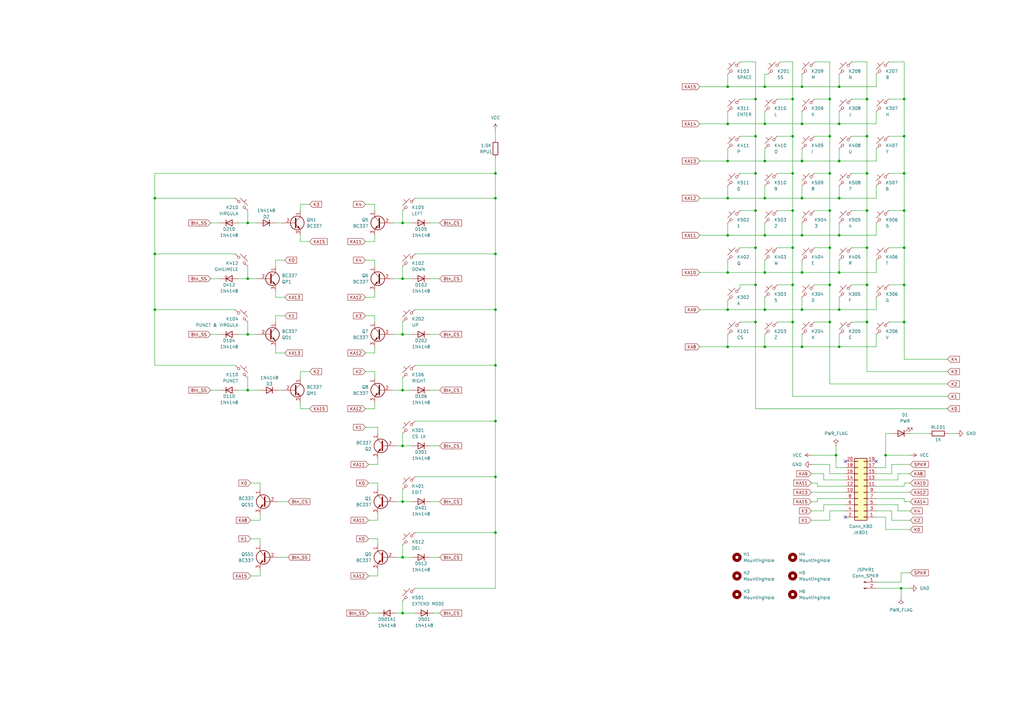
<source format=kicad_sch>
(kicad_sch (version 20250114) (generator "eeschema") (generator_version "9.0")
  (paper "A3")
  (lib_symbols
    (symbol "Connector:Conn_01x02_Pin" (pin_names (offset 1.016) (hide yes))
      (property "Reference" "J" (at 0 2.54 0))
      (property "Value" "Conn_01x02_Pin" (at 0 -5.08 0))
      (symbol "Conn_01x02_Pin_1_1"
        (pin passive line (at 5.08 0 180) (length 3.81) (name "Pin_1") (number "1"))
        (pin passive line (at 5.08 -2.54 180) (length 3.81) (name "Pin_2") (number "2"))
      )
    )
    (symbol "Connector_Generic:Conn_02x10_Odd_Even" (pin_names (offset 1.016) (hide yes))
      (property "Reference" "J" (at 1.27 12.7 0))
      (property "Value" "Conn_02x10_Odd_Even" (at 1.27 -15.24 0))
      (symbol "Conn_02x10_Odd_Even_1_1"
        (pin passive line (at -5.08 10.16 0) (length 3.81) (name "Pin_1") (number "1"))
        (pin passive line (at -5.08 7.62 0) (length 3.81) (name "Pin_3") (number "3"))
        (pin passive line (at -5.08 5.08 0) (length 3.81) (name "Pin_5") (number "5"))
        (pin passive line (at -5.08 2.54 0) (length 3.81) (name "Pin_7") (number "7"))
        (pin passive line (at -5.08 0 0) (length 3.81) (name "Pin_9") (number "9"))
        (pin passive line (at -5.08 -2.54 0) (length 3.81) (name "Pin_11") (number "11"))
        (pin passive line (at -5.08 -5.08 0) (length 3.81) (name "Pin_13") (number "13"))
        (pin passive line (at -5.08 -7.62 0) (length 3.81) (name "Pin_15") (number "15"))
        (pin passive line (at -5.08 -10.16 0) (length 3.81) (name "Pin_17") (number "17"))
        (pin passive line (at -5.08 -12.7 0) (length 3.81) (name "Pin_19") (number "19"))
        (pin passive line (at 7.62 10.16 180) (length 3.81) (name "Pin_2") (number "2"))
        (pin passive line (at 7.62 7.62 180) (length 3.81) (name "Pin_4") (number "4"))
        (pin passive line (at 7.62 5.08 180) (length 3.81) (name "Pin_6") (number "6"))
        (pin passive line (at 7.62 2.54 180) (length 3.81) (name "Pin_8") (number "8"))
        (pin passive line (at 7.62 0 180) (length 3.81) (name "Pin_10") (number "10"))
        (pin passive line (at 7.62 -2.54 180) (length 3.81) (name "Pin_12") (number "12"))
        (pin passive line (at 7.62 -5.08 180) (length 3.81) (name "Pin_14") (number "14"))
        (pin passive line (at 7.62 -7.62 180) (length 3.81) (name "Pin_16") (number "16"))
        (pin passive line (at 7.62 -10.16 180) (length 3.81) (name "Pin_18") (number "18"))
        (pin passive line (at 7.62 -12.7 180) (length 3.81) (name "Pin_20") (number "20"))
      )
    )
    (symbol "Device:LED" (pin_numbers (hide yes)) (pin_names (offset 1.016) (hide yes))
      (property "Reference" "D" (at 0 2.54 0))
      (property "Value" "LED" (at 0 -2.54 0))
      (symbol "LED_1_1"
        (pin passive line (at -3.81 0 0) (length 2.54) (name "K") (number "1"))
        (pin passive line (at 3.81 0 180) (length 2.54) (name "A") (number "2"))
      )
    )
    (symbol "Device:R" (pin_numbers (hide yes)) (pin_names (offset 0))
      (property "Reference" "R" (at 2.032 0 90))
      (property "Value" "R" (at 0 0 90))
      (symbol "R_1_1"
        (pin passive line (at 0 3.81 270) (length 1.27) (name "~") (number "1"))
        (pin passive line (at 0 -3.81 90) (length 1.27) (name "~") (number "2"))
      )
    )
    (symbol "Diode:1N4148" (pin_numbers (hide yes)) (pin_names (hide yes))
      (property "Reference" "D" (at 0 2.54 0))
      (property "Value" "1N4148" (at 0 -2.54 0))
      (symbol "1N4148_1_1"
        (pin passive line (at -3.81 0 0) (length 2.54) (name "K") (number "1"))
        (pin passive line (at 3.81 0 180) (length 2.54) (name "A") (number "2"))
      )
    )
    (symbol "Mechanical:MountingHole" (pin_names (offset 1.016)) (exclude_from_sim yes) (in_bom no)
      (property "Reference" "H" (at 0 5.08 0))
      (property "Value" "MountingHole" (at 0 3.175 0))
    )
    (symbol "PCM_marbastlib-mx:MX_SW_solder" (pin_numbers (hide yes)) (pin_names (offset 1.016) (hide yes))
      (property "Reference" "MX" (at 3.048 1.016 0))
      (property "Value" "MX_SW_solder" (at 0 -3.81 0))
      (symbol "MX_SW_solder_0_1"
        (pin passive line (at -2.54 2.54 0) (length 0) (name "1") (number "1"))
        (pin passive line (at 2.54 -2.54 180) (length 0) (name "2") (number "2"))
      )
    )
    (symbol "Transistor_BJT:BC337" (pin_names (offset 0) (hide yes))
      (property "Reference" "Q" (at 5.08 1.905 0))
      (property "Value" "BC337" (at 5.08 0 0))
      (symbol "BC337_1_1"
        (pin input line (at -5.08 0 0) (length 5.08) (name "B") (number "2"))
        (pin passive line (at 2.54 5.08 270) (length 2.54) (name "C") (number "1"))
        (pin passive line (at 2.54 -5.08 90) (length 2.54) (name "E") (number "3"))
      )
    )
    (symbol "power:GND" (power) (pin_numbers (hide yes)) (pin_names (offset 0) (hide yes))
      (property "Value" "GND" (at 0 -3.81 0))
      (symbol "GND_1_1"
        (pin power_in line (at 0 0 270) (length 0) (name "~") (number "1"))
      )
    )
    (symbol "power:PWR_FLAG" (power) (pin_numbers (hide yes)) (pin_names (offset 0) (hide yes))
      (property "Value" "PWR_FLAG" (at 0 3.81 0))
      (symbol "PWR_FLAG_0_0"
        (pin power_out line (at 0 0 90) (length 0) (name "~") (number "1"))
      )
    )
    (symbol "power:VCC" (power) (pin_numbers (hide yes)) (pin_names (offset 0) (hide yes))
      (property "Value" "VCC" (at 0 3.556 0))
      (symbol "VCC_1_1"
        (pin power_in line (at 0 0 90) (length 0) (name "~") (number "1"))
      )
    )
  )
  (junction (at 309.88 116.84))
  (junction (at 325.12 101.6))
  (junction (at 101.6 114.3))
  (junction (at 355.6 40.64))
  (junction (at 309.88 101.6))
  (junction (at 355.6 116.84))
  (junction (at 203.2 81.28))
  (junction (at 344.17 81.28))
  (junction (at 325.12 116.84))
  (junction (at 344.17 35.56))
  (junction (at 298.45 35.56))
  (junction (at 313.69 35.56))
  (junction (at 309.88 132.08))
  (junction (at 298.45 81.28))
  (junction (at 344.17 127))
  (junction (at 344.17 96.52))
  (junction (at 63.5 127))
  (junction (at 355.6 71.12))
  (junction (at 344.17 50.8))
  (junction (at 340.36 40.64))
  (junction (at 340.36 71.12))
  (junction (at 298.45 111.76))
  (junction (at 203.2 195.58))
  (junction (at 165.1 205.74))
  (junction (at 298.45 127))
  (junction (at 63.5 104.14))
  (junction (at 313.69 142.24))
  (junction (at 328.93 142.24))
  (junction (at 309.88 55.88))
  (junction (at 165.1 160.02))
  (junction (at 328.93 96.52))
  (junction (at 342.9 186.69))
  (junction (at 328.93 111.76))
  (junction (at 340.36 116.84))
  (junction (at 340.36 101.6))
  (junction (at 298.45 96.52))
  (junction (at 355.6 101.6))
  (junction (at 370.84 71.12))
  (junction (at 309.88 40.64))
  (junction (at 355.6 132.08))
  (junction (at 313.69 81.28))
  (junction (at 309.88 71.12))
  (junction (at 355.6 55.88))
  (junction (at 344.17 111.76))
  (junction (at 298.45 142.24))
  (junction (at 203.2 71.12))
  (junction (at 203.2 127))
  (junction (at 328.93 127))
  (junction (at 340.36 132.08))
  (junction (at 325.12 55.88))
  (junction (at 309.88 86.36))
  (junction (at 101.6 91.44))
  (junction (at 101.6 137.16))
  (junction (at 355.6 86.36))
  (junction (at 370.84 40.64))
  (junction (at 344.17 66.04))
  (junction (at 340.36 86.36))
  (junction (at 340.36 55.88))
  (junction (at 313.69 96.52))
  (junction (at 313.69 111.76))
  (junction (at 165.1 114.3))
  (junction (at 203.2 104.14))
  (junction (at 165.1 251.46))
  (junction (at 363.22 186.69))
  (junction (at 313.69 66.04))
  (junction (at 298.45 50.8))
  (junction (at 165.1 137.16))
  (junction (at 101.6 160.02))
  (junction (at 328.93 81.28))
  (junction (at 370.84 116.84))
  (junction (at 325.12 132.08))
  (junction (at 298.45 66.04))
  (junction (at 203.2 218.44))
  (junction (at 325.12 86.36))
  (junction (at 370.84 86.36))
  (junction (at 369.57 241.3))
  (junction (at 370.84 55.88))
  (junction (at 313.69 127))
  (junction (at 325.12 71.12))
  (junction (at 328.93 66.04))
  (junction (at 203.2 172.72))
  (junction (at 165.1 91.44))
  (junction (at 370.84 132.08))
  (junction (at 165.1 228.6))
  (junction (at 328.93 35.56))
  (junction (at 370.84 101.6))
  (junction (at 203.2 149.86))
  (junction (at 63.5 81.28))
  (junction (at 325.12 40.64))
  (junction (at 313.69 50.8))
  (junction (at 344.17 142.24))
  (junction (at 165.1 182.88))
  (junction (at 328.93 50.8))
  (no_connect (at 346.71 189.23))
  (no_connect (at 346.71 212.09))
  (no_connect (at 359.41 189.23))
  (wire (pts (xy 287.02 127) (xy 298.45 127)))
  (wire (pts (xy 154.94 175.26) (xy 154.94 177.8)))
  (wire (pts (xy 313.69 121.92) (xy 313.69 127)))
  (wire (pts (xy 123.19 99.06) (xy 127 99.06)))
  (wire (pts (xy 115.57 160.02) (xy 114.3 160.02)))
  (wire (pts (xy 203.2 64.77) (xy 203.2 71.12)))
  (wire (pts (xy 359.41 81.28) (xy 359.41 76.2)))
  (wire (pts (xy 287.02 96.52) (xy 298.45 96.52)))
  (wire (pts (xy 151.13 190.5) (xy 154.94 190.5)))
  (wire (pts (xy 365.76 209.55) (xy 359.41 209.55)))
  (wire (pts (xy 359.41 241.3) (xy 369.57 241.3)))
  (wire (pts (xy 328.93 127) (xy 344.17 127)))
  (wire (pts (xy 101.6 109.22) (xy 101.6 114.3)))
  (wire (pts (xy 90.17 91.44) (xy 86.36 91.44)))
  (wire (pts (xy 303.53 116.84) (xy 303.53 118.11)))
  (wire (pts (xy 344.17 60.96) (xy 344.17 66.04)))
  (wire (pts (xy 340.36 71.12) (xy 340.36 86.36)))
  (wire (pts (xy 370.84 86.36) (xy 370.84 101.6)))
  (wire (pts (xy 318.77 71.12) (xy 325.12 71.12)))
  (wire (pts (xy 154.94 213.36) (xy 154.94 210.82)))
  (wire (pts (xy 165.1 137.16) (xy 168.91 137.16)))
  (wire (pts (xy 149.86 129.54) (xy 153.67 129.54)))
  (wire (pts (xy 337.82 194.31) (xy 337.82 196.85)))
  (wire (pts (xy 370.84 147.32) (xy 388.62 147.32)))
  (wire (pts (xy 162.56 251.46) (xy 165.1 251.46)))
  (wire (pts (xy 359.41 30.48) (xy 359.41 35.56)))
  (wire (pts (xy 153.67 119.38) (xy 153.67 121.92)))
  (wire (pts (xy 97.79 91.44) (xy 101.6 91.44)))
  (wire (pts (xy 369.57 241.3) (xy 373.38 241.3)))
  (wire (pts (xy 332.74 198.12) (xy 335.28 198.12)))
  (wire (pts (xy 176.53 160.02) (xy 180.34 160.02)))
  (wire (pts (xy 337.82 196.85) (xy 346.71 196.85)))
  (wire (pts (xy 369.57 238.76) (xy 359.41 238.76)))
  (wire (pts (xy 101.6 154.94) (xy 101.6 160.02)))
  (wire (pts (xy 203.2 195.58) (xy 203.2 218.44)))
  (wire (pts (xy 105.41 91.44) (xy 101.6 91.44)))
  (wire (pts (xy 303.53 71.12) (xy 309.88 71.12)))
  (wire (pts (xy 303.53 55.88) (xy 309.88 55.88)))
  (wire (pts (xy 313.69 111.76) (xy 328.93 111.76)))
  (wire (pts (xy 325.12 55.88) (xy 325.12 71.12)))
  (wire (pts (xy 165.1 251.46) (xy 170.18 251.46)))
  (wire (pts (xy 165.1 154.94) (xy 165.1 160.02)))
  (wire (pts (xy 116.84 144.78) (xy 113.03 144.78)))
  (wire (pts (xy 349.25 40.64) (xy 355.6 40.64)))
  (wire (pts (xy 97.79 114.3) (xy 101.6 114.3)))
  (wire (pts (xy 298.45 60.96) (xy 298.45 66.04)))
  (wire (pts (xy 154.94 198.12) (xy 154.94 200.66)))
  (wire (pts (xy 349.25 25.4) (xy 355.6 25.4)))
  (wire (pts (xy 149.86 144.78) (xy 153.67 144.78)))
  (wire (pts (xy 165.1 228.6) (xy 168.91 228.6)))
  (wire (pts (xy 170.18 81.28) (xy 203.2 81.28)))
  (wire (pts (xy 303.53 86.36) (xy 309.88 86.36)))
  (wire (pts (xy 370.84 198.12) (xy 370.84 199.39)))
  (wire (pts (xy 325.12 40.64) (xy 325.12 55.88)))
  (wire (pts (xy 364.49 25.4) (xy 370.84 25.4)))
  (wire (pts (xy 63.5 81.28) (xy 63.5 104.14)))
  (wire (pts (xy 342.9 191.77) (xy 342.9 186.69)))
  (wire (pts (xy 328.93 30.48) (xy 328.93 35.56)))
  (wire (pts (xy 96.52 81.28) (xy 63.5 81.28)))
  (wire (pts (xy 165.1 160.02) (xy 168.91 160.02)))
  (wire (pts (xy 313.69 127) (xy 328.93 127)))
  (wire (pts (xy 365.76 213.36) (xy 365.76 209.55)))
  (wire (pts (xy 318.77 101.6) (xy 325.12 101.6)))
  (wire (pts (xy 86.36 137.16) (xy 90.17 137.16)))
  (wire (pts (xy 363.22 217.17) (xy 373.38 217.17)))
  (wire (pts (xy 344.17 96.52) (xy 359.41 96.52)))
  (wire (pts (xy 340.36 116.84) (xy 340.36 132.08)))
  (wire (pts (xy 153.67 99.06) (xy 149.86 99.06)))
  (wire (pts (xy 151.13 198.12) (xy 154.94 198.12)))
  (wire (pts (xy 170.18 195.58) (xy 203.2 195.58)))
  (wire (pts (xy 373.38 177.8) (xy 381 177.8)))
  (wire (pts (xy 86.36 160.02) (xy 90.17 160.02)))
  (wire (pts (xy 370.84 204.47) (xy 359.41 204.47)))
  (wire (pts (xy 334.01 101.6) (xy 340.36 101.6)))
  (wire (pts (xy 309.88 25.4) (xy 309.88 40.64)))
  (wire (pts (xy 101.6 114.3) (xy 105.41 114.3)))
  (wire (pts (xy 334.01 86.36) (xy 340.36 86.36)))
  (wire (pts (xy 370.84 55.88) (xy 370.84 71.12)))
  (wire (pts (xy 344.17 137.16) (xy 344.17 142.24)))
  (wire (pts (xy 373.38 213.36) (xy 365.76 213.36)))
  (wire (pts (xy 123.19 99.06) (xy 123.19 96.52)))
  (wire (pts (xy 363.22 191.77) (xy 363.22 186.69)))
  (wire (pts (xy 102.87 236.22) (xy 106.68 236.22)))
  (wire (pts (xy 123.19 167.64) (xy 127 167.64)))
  (wire (pts (xy 334.01 71.12) (xy 340.36 71.12)))
  (wire (pts (xy 313.69 30.48) (xy 313.69 35.56)))
  (wire (pts (xy 298.45 66.04) (xy 313.69 66.04)))
  (wire (pts (xy 368.3 194.31) (xy 368.3 196.85)))
  (wire (pts (xy 114.3 228.6) (xy 118.11 228.6)))
  (wire (pts (xy 370.84 71.12) (xy 370.84 86.36)))
  (wire (pts (xy 102.87 198.12) (xy 106.68 198.12)))
  (wire (pts (xy 318.77 40.64) (xy 325.12 40.64)))
  (wire (pts (xy 123.19 83.82) (xy 123.19 86.36)))
  (wire (pts (xy 332.74 201.93) (xy 346.71 201.93)))
  (wire (pts (xy 298.45 45.72) (xy 298.45 50.8)))
  (wire (pts (xy 340.36 86.36) (xy 340.36 101.6)))
  (wire (pts (xy 364.49 71.12) (xy 370.84 71.12)))
  (wire (pts (xy 176.53 137.16) (xy 180.34 137.16)))
  (wire (pts (xy 349.25 116.84) (xy 355.6 116.84)))
  (wire (pts (xy 177.8 251.46) (xy 180.34 251.46)))
  (wire (pts (xy 364.49 40.64) (xy 370.84 40.64)))
  (wire (pts (xy 359.41 66.04) (xy 359.41 60.96)))
  (wire (pts (xy 153.67 129.54) (xy 153.67 132.08)))
  (wire (pts (xy 325.12 162.56) (xy 388.62 162.56)))
  (wire (pts (xy 370.84 116.84) (xy 370.84 132.08)))
  (wire (pts (xy 363.22 177.8) (xy 363.22 186.69)))
  (wire (pts (xy 346.71 191.77) (xy 342.9 191.77)))
  (wire (pts (xy 344.17 91.44) (xy 344.17 96.52)))
  (wire (pts (xy 313.69 91.44) (xy 313.69 96.52)))
  (wire (pts (xy 337.82 209.55) (xy 332.74 209.55)))
  (wire (pts (xy 153.67 167.64) (xy 153.67 165.1)))
  (wire (pts (xy 165.1 205.74) (xy 168.91 205.74)))
  (wire (pts (xy 170.18 241.3) (xy 203.2 241.3)))
  (wire (pts (xy 359.41 91.44) (xy 359.41 96.52)))
  (wire (pts (xy 349.25 101.6) (xy 355.6 101.6)))
  (wire (pts (xy 373.38 190.5) (xy 365.76 190.5)))
  (wire (pts (xy 328.93 45.72) (xy 328.93 50.8)))
  (wire (pts (xy 170.18 149.86) (xy 203.2 149.86)))
  (wire (pts (xy 325.12 132.08) (xy 325.12 162.56)))
  (wire (pts (xy 203.2 71.12) (xy 63.5 71.12)))
  (wire (pts (xy 363.22 186.69) (xy 373.38 186.69)))
  (wire (pts (xy 335.28 205.74) (xy 335.28 204.47)))
  (wire (pts (xy 349.25 71.12) (xy 355.6 71.12)))
  (wire (pts (xy 149.86 167.64) (xy 153.67 167.64)))
  (wire (pts (xy 373.38 201.93) (xy 359.41 201.93)))
  (wire (pts (xy 106.68 160.02) (xy 101.6 160.02)))
  (wire (pts (xy 309.88 101.6) (xy 309.88 116.84)))
  (wire (pts (xy 298.45 96.52) (xy 313.69 96.52)))
  (wire (pts (xy 332.74 205.74) (xy 335.28 205.74)))
  (wire (pts (xy 165.1 86.36) (xy 165.1 91.44)))
  (wire (pts (xy 337.82 207.01) (xy 337.82 209.55)))
  (wire (pts (xy 332.74 194.31) (xy 337.82 194.31)))
  (wire (pts (xy 365.76 190.5) (xy 365.76 194.31)))
  (wire (pts (xy 313.69 137.16) (xy 313.69 142.24)))
  (wire (pts (xy 113.03 144.78) (xy 113.03 142.24)))
  (wire (pts (xy 303.53 25.4) (xy 309.88 25.4)))
  (wire (pts (xy 368.3 209.55) (xy 373.38 209.55)))
  (wire (pts (xy 161.29 160.02) (xy 165.1 160.02)))
  (wire (pts (xy 344.17 81.28) (xy 359.41 81.28)))
  (wire (pts (xy 116.84 129.54) (xy 113.03 129.54)))
  (wire (pts (xy 203.2 149.86) (xy 203.2 172.72)))
  (wire (pts (xy 373.38 205.74) (xy 370.84 205.74)))
  (wire (pts (xy 153.67 142.24) (xy 153.67 144.78)))
  (wire (pts (xy 90.17 114.3) (xy 86.36 114.3)))
  (wire (pts (xy 325.12 71.12) (xy 325.12 86.36)))
  (wire (pts (xy 328.93 111.76) (xy 344.17 111.76)))
  (wire (pts (xy 340.36 132.08) (xy 340.36 157.48)))
  (wire (pts (xy 340.36 213.36) (xy 340.36 209.55)))
  (wire (pts (xy 359.41 207.01) (xy 368.3 207.01)))
  (wire (pts (xy 313.69 76.2) (xy 313.69 81.28)))
  (wire (pts (xy 123.19 152.4) (xy 123.19 154.94)))
  (wire (pts (xy 344.17 30.48) (xy 344.17 35.56)))
  (wire (pts (xy 287.02 142.24) (xy 298.45 142.24)))
  (wire (pts (xy 388.62 177.8) (xy 392.43 177.8)))
  (wire (pts (xy 373.38 194.31) (xy 368.3 194.31)))
  (wire (pts (xy 355.6 55.88) (xy 355.6 71.12)))
  (wire (pts (xy 303.53 116.84) (xy 309.88 116.84)))
  (wire (pts (xy 309.88 132.08) (xy 309.88 167.64)))
  (wire (pts (xy 355.6 40.64) (xy 355.6 55.88)))
  (wire (pts (xy 313.69 81.28) (xy 328.93 81.28)))
  (wire (pts (xy 113.03 106.68) (xy 113.03 109.22)))
  (wire (pts (xy 364.49 86.36) (xy 370.84 86.36)))
  (wire (pts (xy 63.5 104.14) (xy 63.5 127)))
  (wire (pts (xy 355.6 152.4) (xy 388.62 152.4)))
  (wire (pts (xy 165.1 200.66) (xy 165.1 205.74)))
  (wire (pts (xy 334.01 116.84) (xy 340.36 116.84)))
  (wire (pts (xy 344.17 127) (xy 359.41 127)))
  (wire (pts (xy 298.45 35.56) (xy 313.69 35.56)))
  (wire (pts (xy 328.93 50.8) (xy 344.17 50.8)))
  (wire (pts (xy 203.2 104.14) (xy 203.2 127)))
  (wire (pts (xy 370.84 40.64) (xy 370.84 55.88)))
  (wire (pts (xy 203.2 71.12) (xy 203.2 81.28)))
  (wire (pts (xy 106.68 233.68) (xy 106.68 236.22)))
  (wire (pts (xy 165.1 182.88) (xy 168.91 182.88)))
  (wire (pts (xy 335.28 199.39) (xy 346.71 199.39)))
  (wire (pts (xy 162.56 182.88) (xy 165.1 182.88)))
  (wire (pts (xy 342.9 186.69) (xy 332.74 186.69)))
  (wire (pts (xy 151.13 220.98) (xy 154.94 220.98)))
  (wire (pts (xy 165.1 114.3) (xy 168.91 114.3)))
  (wire (pts (xy 298.45 76.2) (xy 298.45 81.28)))
  (wire (pts (xy 344.17 121.92) (xy 344.17 127)))
  (wire (pts (xy 170.18 172.72) (xy 203.2 172.72)))
  (wire (pts (xy 370.84 132.08) (xy 370.84 147.32)))
  (wire (pts (xy 334.01 132.08) (xy 340.36 132.08)))
  (wire (pts (xy 355.6 132.08) (xy 355.6 152.4)))
  (wire (pts (xy 363.22 212.09) (xy 363.22 217.17)))
  (wire (pts (xy 106.68 213.36) (xy 106.68 210.82)))
  (wire (pts (xy 328.93 142.24) (xy 344.17 142.24)))
  (wire (pts (xy 154.94 220.98) (xy 154.94 223.52)))
  (wire (pts (xy 115.57 91.44) (xy 113.03 91.44)))
  (wire (pts (xy 318.77 55.88) (xy 325.12 55.88)))
  (wire (pts (xy 287.02 66.04) (xy 298.45 66.04)))
  (wire (pts (xy 355.6 101.6) (xy 355.6 116.84)))
  (wire (pts (xy 332.74 213.36) (xy 340.36 213.36)))
  (wire (pts (xy 355.6 71.12) (xy 355.6 86.36)))
  (wire (pts (xy 320.04 25.4) (xy 325.12 25.4)))
  (wire (pts (xy 113.03 106.68) (xy 116.84 106.68)))
  (wire (pts (xy 203.2 218.44) (xy 203.2 241.3)))
  (wire (pts (xy 298.45 81.28) (xy 313.69 81.28)))
  (wire (pts (xy 63.5 127) (xy 63.5 149.86)))
  (wire (pts (xy 170.18 104.14) (xy 203.2 104.14)))
  (wire (pts (xy 106.68 198.12) (xy 106.68 200.66)))
  (wire (pts (xy 161.29 114.3) (xy 165.1 114.3)))
  (wire (pts (xy 344.17 50.8) (xy 359.41 50.8)))
  (wire (pts (xy 162.56 228.6) (xy 165.1 228.6)))
  (wire (pts (xy 318.77 86.36) (xy 325.12 86.36)))
  (wire (pts (xy 313.69 142.24) (xy 328.93 142.24)))
  (wire (pts (xy 298.45 123.19) (xy 298.45 127)))
  (wire (pts (xy 151.13 251.46) (xy 154.94 251.46)))
  (wire (pts (xy 153.67 121.92) (xy 149.86 121.92)))
  (wire (pts (xy 113.03 121.92) (xy 113.03 119.38)))
  (wire (pts (xy 340.36 40.64) (xy 340.36 55.88)))
  (wire (pts (xy 355.6 25.4) (xy 355.6 40.64)))
  (wire (pts (xy 349.25 132.08) (xy 355.6 132.08)))
  (wire (pts (xy 328.93 137.16) (xy 328.93 142.24)))
  (wire (pts (xy 370.84 101.6) (xy 370.84 116.84)))
  (wire (pts (xy 359.41 127) (xy 359.41 121.92)))
  (wire (pts (xy 161.29 91.44) (xy 165.1 91.44)))
  (wire (pts (xy 359.41 50.8) (xy 359.41 45.72)))
  (wire (pts (xy 340.36 190.5) (xy 332.74 190.5)))
  (wire (pts (xy 101.6 132.08) (xy 101.6 137.16)))
  (wire (pts (xy 154.94 187.96) (xy 154.94 190.5)))
  (wire (pts (xy 176.53 114.3) (xy 180.34 114.3)))
  (wire (pts (xy 368.3 196.85) (xy 359.41 196.85)))
  (wire (pts (xy 106.68 220.98) (xy 106.68 223.52)))
  (wire (pts (xy 114.3 205.74) (xy 118.11 205.74)))
  (wire (pts (xy 127 83.82) (xy 123.19 83.82)))
  (wire (pts (xy 298.45 91.44) (xy 298.45 96.52)))
  (wire (pts (xy 313.69 45.72) (xy 313.69 50.8)))
  (wire (pts (xy 176.53 228.6) (xy 180.34 228.6)))
  (wire (pts (xy 101.6 86.36) (xy 101.6 91.44)))
  (wire (pts (xy 370.84 205.74) (xy 370.84 204.47)))
  (wire (pts (xy 203.2 81.28) (xy 203.2 104.14)))
  (wire (pts (xy 313.69 35.56) (xy 328.93 35.56)))
  (wire (pts (xy 355.6 86.36) (xy 355.6 101.6)))
  (wire (pts (xy 328.93 96.52) (xy 344.17 96.52)))
  (wire (pts (xy 287.02 35.56) (xy 298.45 35.56)))
  (wire (pts (xy 368.3 207.01) (xy 368.3 209.55)))
  (wire (pts (xy 149.86 106.68) (xy 153.67 106.68)))
  (wire (pts (xy 298.45 137.16) (xy 298.45 142.24)))
  (wire (pts (xy 328.93 76.2) (xy 328.93 81.28)))
  (wire (pts (xy 309.88 116.84) (xy 309.88 132.08)))
  (wire (pts (xy 170.18 218.44) (xy 203.2 218.44)))
  (wire (pts (xy 153.67 106.68) (xy 153.67 109.22)))
  (wire (pts (xy 373.38 198.12) (xy 370.84 198.12)))
  (wire (pts (xy 344.17 35.56) (xy 359.41 35.56)))
  (wire (pts (xy 313.69 50.8) (xy 328.93 50.8)))
  (wire (pts (xy 168.91 91.44) (xy 165.1 91.44)))
  (wire (pts (xy 203.2 53.34) (xy 203.2 57.15)))
  (wire (pts (xy 165.1 132.08) (xy 165.1 137.16)))
  (wire (pts (xy 176.53 182.88) (xy 180.34 182.88)))
  (wire (pts (xy 364.49 55.88) (xy 370.84 55.88)))
  (wire (pts (xy 328.93 106.68) (xy 328.93 111.76)))
  (wire (pts (xy 303.53 101.6) (xy 309.88 101.6)))
  (wire (pts (xy 298.45 50.8) (xy 313.69 50.8)))
  (wire (pts (xy 325.12 116.84) (xy 325.12 132.08)))
  (wire (pts (xy 203.2 127) (xy 203.2 149.86)))
  (wire (pts (xy 325.12 116.84) (xy 318.77 116.84)))
  (wire (pts (xy 309.88 40.64) (xy 309.88 55.88)))
  (wire (pts (xy 113.03 129.54) (xy 113.03 132.08)))
  (wire (pts (xy 161.29 137.16) (xy 165.1 137.16)))
  (wire (pts (xy 328.93 35.56) (xy 344.17 35.56)))
  (wire (pts (xy 287.02 111.76) (xy 298.45 111.76)))
  (wire (pts (xy 149.86 83.82) (xy 153.67 83.82)))
  (wire (pts (xy 170.18 127) (xy 203.2 127)))
  (wire (pts (xy 344.17 76.2) (xy 344.17 81.28)))
  (wire (pts (xy 365.76 194.31) (xy 359.41 194.31)))
  (wire (pts (xy 287.02 50.8) (xy 298.45 50.8)))
  (wire (pts (xy 165.1 223.52) (xy 165.1 228.6)))
  (wire (pts (xy 298.45 142.24) (xy 313.69 142.24)))
  (wire (pts (xy 328.93 66.04) (xy 344.17 66.04)))
  (wire (pts (xy 325.12 25.4) (xy 325.12 40.64)))
  (wire (pts (xy 328.93 60.96) (xy 328.93 66.04)))
  (wire (pts (xy 102.87 220.98) (xy 106.68 220.98)))
  (wire (pts (xy 102.87 213.36) (xy 106.68 213.36)))
  (wire (pts (xy 165.1 246.38) (xy 165.1 251.46)))
  (wire (pts (xy 340.36 101.6) (xy 340.36 116.84)))
  (wire (pts (xy 176.53 91.44) (xy 180.34 91.44)))
  (wire (pts (xy 365.76 177.8) (xy 363.22 177.8)))
  (wire (pts (xy 298.45 30.48) (xy 298.45 35.56)))
  (wire (pts (xy 298.45 127) (xy 313.69 127)))
  (wire (pts (xy 298.45 111.76) (xy 313.69 111.76)))
  (wire (pts (xy 344.17 142.24) (xy 359.41 142.24)))
  (wire (pts (xy 364.49 132.08) (xy 370.84 132.08)))
  (wire (pts (xy 359.41 137.16) (xy 359.41 142.24)))
  (wire (pts (xy 344.17 111.76) (xy 359.41 111.76)))
  (wire (pts (xy 370.84 25.4) (xy 370.84 40.64)))
  (wire (pts (xy 123.19 152.4) (xy 127 152.4)))
  (wire (pts (xy 359.41 212.09) (xy 363.22 212.09)))
  (wire (pts (xy 63.5 104.14) (xy 96.52 104.14)))
  (wire (pts (xy 97.79 137.16) (xy 101.6 137.16)))
  (wire (pts (xy 154.94 213.36) (xy 151.13 213.36)))
  (wire (pts (xy 63.5 127) (xy 96.52 127)))
  (wire (pts (xy 340.36 209.55) (xy 346.71 209.55)))
  (wire (pts (xy 298.45 106.68) (xy 298.45 111.76)))
  (wire (pts (xy 373.38 234.95) (xy 369.57 234.95)))
  (wire (pts (xy 370.84 199.39) (xy 359.41 199.39)))
  (wire (pts (xy 162.56 205.74) (xy 165.1 205.74)))
  (wire (pts (xy 63.5 149.86) (xy 96.52 149.86)))
  (wire (pts (xy 344.17 66.04) (xy 359.41 66.04)))
  (wire (pts (xy 344.17 45.72) (xy 344.17 50.8)))
  (wire (pts (xy 165.1 114.3) (xy 165.1 109.22)))
  (wire (pts (xy 116.84 121.92) (xy 113.03 121.92)))
  (wire (pts (xy 309.88 55.88) (xy 309.88 71.12)))
  (wire (pts (xy 359.41 191.77) (xy 363.22 191.77)))
  (wire (pts (xy 153.67 152.4) (xy 153.67 154.94)))
  (wire (pts (xy 344.17 106.68) (xy 344.17 111.76)))
  (wire (pts (xy 151.13 236.22) (xy 154.94 236.22)))
  (wire (pts (xy 313.69 60.96) (xy 313.69 66.04)))
  (wire (pts (xy 176.53 205.74) (xy 180.34 205.74)))
  (wire (pts (xy 314.96 30.48) (xy 313.69 30.48)))
  (wire (pts (xy 303.53 132.08) (xy 309.88 132.08)))
  (wire (pts (xy 318.77 132.08) (xy 325.12 132.08)))
  (wire (pts (xy 340.36 157.48) (xy 388.62 157.48)))
  (wire (pts (xy 349.25 86.36) (xy 355.6 86.36)))
  (wire (pts (xy 313.69 106.68) (xy 313.69 111.76)))
  (wire (pts (xy 309.88 86.36) (xy 309.88 101.6)))
  (wire (pts (xy 63.5 71.12) (xy 63.5 81.28)))
  (wire (pts (xy 309.88 167.64) (xy 388.62 167.64)))
  (wire (pts (xy 203.2 172.72) (xy 203.2 195.58)))
  (wire (pts (xy 153.67 83.82) (xy 153.67 86.36)))
  (wire (pts (xy 340.36 25.4) (xy 340.36 40.64)))
  (wire (pts (xy 165.1 177.8) (xy 165.1 182.88)))
  (wire (pts (xy 355.6 116.84) (xy 355.6 132.08)))
  (wire (pts (xy 364.49 116.84) (xy 370.84 116.84)))
  (wire (pts (xy 364.49 101.6) (xy 370.84 101.6)))
  (wire (pts (xy 328.93 91.44) (xy 328.93 96.52)))
  (wire (pts (xy 123.19 167.64) (xy 123.19 165.1)))
  (wire (pts (xy 154.94 236.22) (xy 154.94 233.68)))
  (wire (pts (xy 313.69 66.04) (xy 328.93 66.04)))
  (wire (pts (xy 340.36 194.31) (xy 340.36 190.5)))
  (wire (pts (xy 346.71 207.01) (xy 337.82 207.01)))
  (wire (pts (xy 342.9 186.69) (xy 342.9 182.88)))
  (wire (pts (xy 325.12 86.36) (xy 325.12 101.6)))
  (wire (pts (xy 325.12 101.6) (xy 325.12 116.84)))
  (wire (pts (xy 153.67 96.52) (xy 153.67 99.06)))
  (wire (pts (xy 334.01 55.88) (xy 340.36 55.88)))
  (wire (pts (xy 335.28 198.12) (xy 335.28 199.39)))
  (wire (pts (xy 328.93 121.92) (xy 328.93 127)))
  (wire (pts (xy 309.88 71.12) (xy 309.88 86.36)))
  (wire (pts (xy 101.6 137.16) (xy 105.41 137.16)))
  (wire (pts (xy 349.25 55.88) (xy 355.6 55.88)))
  (wire (pts (xy 334.01 40.64) (xy 340.36 40.64)))
  (wire (pts (xy 154.94 175.26) (xy 149.86 175.26)))
  (wire (pts (xy 334.01 25.4) (xy 340.36 25.4)))
  (wire (pts (xy 346.71 194.31) (xy 340.36 194.31)))
  (wire (pts (xy 369.57 234.95) (xy 369.57 238.76)))
  (wire (pts (xy 287.02 81.28) (xy 298.45 81.28)))
  (wire (pts (xy 97.79 160.02) (xy 101.6 160.02)))
  (wire (pts (xy 303.53 40.64) (xy 309.88 40.64)))
  (wire (pts (xy 313.69 96.52) (xy 328.93 96.52)))
  (wire (pts (xy 340.36 55.88) (xy 340.36 71.12)))
  (wire (pts (xy 153.67 152.4) (xy 149.86 152.4)))
  (wire (pts (xy 369.57 241.3) (xy 369.57 245.11)))
  (wire (pts (xy 359.41 111.76) (xy 359.41 106.68)))
  (wire (pts (xy 328.93 81.28) (xy 344.17 81.28)))
  (wire (pts (xy 335.28 204.47) (xy 346.71 204.47)))
  (global_label "Btn_CS" (shape input) (at 180.34 228.6 0) (property "Intersheetrefs" "${INTERSHEET_REFS}" (effects (hide yes))))
  (global_label "KA14" (shape input) (at 287.02 50.8 180) (property "Intersheetrefs" "${INTERSHEET_REFS}" (effects (hide yes))))
  (global_label "K0" (shape input) (at 388.62 167.64 0) (property "Intersheetrefs" "${INTERSHEET_REFS}" (effects (hide yes))))
  (global_label "KA12" (shape input) (at 151.13 236.22 180) (property "Intersheetrefs" "${INTERSHEET_REFS}" (effects (hide yes))))
  (global_label "K4" (shape input) (at 149.86 83.82 180) (property "Intersheetrefs" "${INTERSHEET_REFS}" (effects (hide yes))))
  (global_label "KA13" (shape input) (at 116.84 121.92 0) (property "Intersheetrefs" "${INTERSHEET_REFS}" (effects (hide yes))))
  (global_label "K0" (shape input) (at 102.87 198.12 180) (property "Intersheetrefs" "${INTERSHEET_REFS}" (effects (hide yes))))
  (global_label "SPKR" (shape input) (at 373.38 190.5 0) (property "Intersheetrefs" "${INTERSHEET_REFS}" (effects (hide yes))))
  (global_label "K1" (shape input) (at 102.87 220.98 180) (property "Intersheetrefs" "${INTERSHEET_REFS}" (effects (hide yes))))
  (global_label "KA11" (shape input) (at 332.74 198.12 180) (property "Intersheetrefs" "${INTERSHEET_REFS}" (effects (hide yes))))
  (global_label "KA8" (shape input) (at 102.87 213.36 180) (property "Intersheetrefs" "${INTERSHEET_REFS}" (effects (hide yes))))
  (global_label "KA10" (shape input) (at 287.02 111.76 180) (property "Intersheetrefs" "${INTERSHEET_REFS}" (effects (hide yes))))
  (global_label "KA11" (shape input) (at 287.02 96.52 180) (property "Intersheetrefs" "${INTERSHEET_REFS}" (effects (hide yes))))
  (global_label "KA13" (shape input) (at 287.02 66.04 180) (property "Intersheetrefs" "${INTERSHEET_REFS}" (effects (hide yes))))
  (global_label "K3" (shape input) (at 149.86 129.54 180) (property "Intersheetrefs" "${INTERSHEET_REFS}" (effects (hide yes))))
  (global_label "K3" (shape input) (at 388.62 152.4 0) (property "Intersheetrefs" "${INTERSHEET_REFS}" (effects (hide yes))))
  (global_label "Btn_CS" (shape input) (at 180.34 114.3 0) (property "Intersheetrefs" "${INTERSHEET_REFS}" (effects (hide yes))))
  (global_label "Btn_CS" (shape input) (at 180.34 160.02 0) (property "Intersheetrefs" "${INTERSHEET_REFS}" (effects (hide yes))))
  (global_label "K0" (shape input) (at 151.13 220.98 180) (property "Intersheetrefs" "${INTERSHEET_REFS}" (effects (hide yes))))
  (global_label "Btn_SS" (shape input) (at 86.36 137.16 180) (property "Intersheetrefs" "${INTERSHEET_REFS}" (effects (hide yes))))
  (global_label "KA12" (shape input) (at 287.02 81.28 180) (property "Intersheetrefs" "${INTERSHEET_REFS}" (effects (hide yes))))
  (global_label "KA15" (shape input) (at 127 99.06 0) (property "Intersheetrefs" "${INTERSHEET_REFS}" (effects (hide yes))))
  (global_label "Btn_SS" (shape input) (at 151.13 251.46 180) (property "Intersheetrefs" "${INTERSHEET_REFS}" (effects (hide yes))))
  (global_label "KA11" (shape input) (at 151.13 213.36 180) (property "Intersheetrefs" "${INTERSHEET_REFS}" (effects (hide yes))))
  (global_label "KA12" (shape input) (at 373.38 201.93 0) (property "Intersheetrefs" "${INTERSHEET_REFS}" (effects (hide yes))))
  (global_label "KA15" (shape input) (at 332.74 205.74 180) (property "Intersheetrefs" "${INTERSHEET_REFS}" (effects (hide yes))))
  (global_label "KA13" (shape input) (at 116.84 144.78 0) (property "Intersheetrefs" "${INTERSHEET_REFS}" (effects (hide yes))))
  (global_label "K4" (shape input) (at 149.86 106.68 180) (property "Intersheetrefs" "${INTERSHEET_REFS}" (effects (hide yes))))
  (global_label "KA11" (shape input) (at 149.86 99.06 180) (property "Intersheetrefs" "${INTERSHEET_REFS}" (effects (hide yes))))
  (global_label "K2" (shape input) (at 149.86 152.4 180) (property "Intersheetrefs" "${INTERSHEET_REFS}" (effects (hide yes))))
  (global_label "KA8" (shape input) (at 373.38 194.31 0) (property "Intersheetrefs" "${INTERSHEET_REFS}" (effects (hide yes))))
  (global_label "Btn_SS" (shape input) (at 86.36 91.44 180) (property "Intersheetrefs" "${INTERSHEET_REFS}" (effects (hide yes))))
  (global_label "KA14" (shape input) (at 373.38 205.74 0) (property "Intersheetrefs" "${INTERSHEET_REFS}" (effects (hide yes))))
  (global_label "K0" (shape input) (at 151.13 198.12 180) (property "Intersheetrefs" "${INTERSHEET_REFS}" (effects (hide yes))))
  (global_label "K1" (shape input) (at 332.74 213.36 180) (property "Intersheetrefs" "${INTERSHEET_REFS}" (effects (hide yes))))
  (global_label "K4" (shape input) (at 388.62 147.32 0) (property "Intersheetrefs" "${INTERSHEET_REFS}" (effects (hide yes))))
  (global_label "KA9" (shape input) (at 287.02 127 180) (property "Intersheetrefs" "${INTERSHEET_REFS}" (effects (hide yes))))
  (global_label "Btn_CS" (shape input) (at 180.34 137.16 0) (property "Intersheetrefs" "${INTERSHEET_REFS}" (effects (hide yes))))
  (global_label "Btn_SS" (shape input) (at 86.36 160.02 180) (property "Intersheetrefs" "${INTERSHEET_REFS}" (effects (hide yes))))
  (global_label "KA8" (shape input) (at 287.02 142.24 180) (property "Intersheetrefs" "${INTERSHEET_REFS}" (effects (hide yes))))
  (global_label "K2" (shape input) (at 127 152.4 0) (property "Intersheetrefs" "${INTERSHEET_REFS}" (effects (hide yes))))
  (global_label "K1" (shape input) (at 388.62 162.56 0) (property "Intersheetrefs" "${INTERSHEET_REFS}" (effects (hide yes))))
  (global_label "Btn_CS" (shape input) (at 180.34 182.88 0) (property "Intersheetrefs" "${INTERSHEET_REFS}" (effects (hide yes))))
  (global_label "Btn_CS" (shape input) (at 180.34 251.46 0) (property "Intersheetrefs" "${INTERSHEET_REFS}" (effects (hide yes))))
  (global_label "K4" (shape input) (at 373.38 209.55 0) (property "Intersheetrefs" "${INTERSHEET_REFS}" (effects (hide yes))))
  (global_label "Btn_CS" (shape input) (at 118.11 205.74 0) (property "Intersheetrefs" "${INTERSHEET_REFS}" (effects (hide yes))))
  (global_label "KA11" (shape input) (at 151.13 190.5 180) (property "Intersheetrefs" "${INTERSHEET_REFS}" (effects (hide yes))))
  (global_label "KA12" (shape input) (at 149.86 121.92 180) (property "Intersheetrefs" "${INTERSHEET_REFS}" (effects (hide yes))))
  (global_label "Btn_SS" (shape input) (at 86.36 114.3 180) (property "Intersheetrefs" "${INTERSHEET_REFS}" (effects (hide yes))))
  (global_label "KA10" (shape input) (at 373.38 198.12 0) (property "Intersheetrefs" "${INTERSHEET_REFS}" (effects (hide yes))))
  (global_label "K0" (shape input) (at 373.38 217.17 0) (property "Intersheetrefs" "${INTERSHEET_REFS}" (effects (hide yes))))
  (global_label "Btn_CS" (shape input) (at 180.34 91.44 0) (property "Intersheetrefs" "${INTERSHEET_REFS}" (effects (hide yes))))
  (global_label "KA12" (shape input) (at 149.86 144.78 180) (property "Intersheetrefs" "${INTERSHEET_REFS}" (effects (hide yes))))
  (global_label "K0" (shape input) (at 116.84 106.68 0) (property "Intersheetrefs" "${INTERSHEET_REFS}" (effects (hide yes))))
  (global_label "K3" (shape input) (at 127 83.82 0) (property "Intersheetrefs" "${INTERSHEET_REFS}" (effects (hide yes))))
  (global_label "KA12" (shape input) (at 149.86 167.64 180) (property "Intersheetrefs" "${INTERSHEET_REFS}" (effects (hide yes))))
  (global_label "K1" (shape input) (at 116.84 129.54 0) (property "Intersheetrefs" "${INTERSHEET_REFS}" (effects (hide yes))))
  (global_label "K2" (shape input) (at 373.38 213.36 0) (property "Intersheetrefs" "${INTERSHEET_REFS}" (effects (hide yes))))
  (global_label "K3" (shape input) (at 332.74 209.55 180) (property "Intersheetrefs" "${INTERSHEET_REFS}" (effects (hide yes))))
  (global_label "KA15" (shape input) (at 102.87 236.22 180) (property "Intersheetrefs" "${INTERSHEET_REFS}" (effects (hide yes))))
  (global_label "Btn_CS" (shape input) (at 180.34 205.74 0) (property "Intersheetrefs" "${INTERSHEET_REFS}" (effects (hide yes))))
  (global_label "KA13" (shape input) (at 332.74 201.93 180) (property "Intersheetrefs" "${INTERSHEET_REFS}" (effects (hide yes))))
  (global_label "Btn_SS" (shape input) (at 118.11 228.6 0) (property "Intersheetrefs" "${INTERSHEET_REFS}" (effects (hide yes))))
  (global_label "K2" (shape input) (at 388.62 157.48 0) (property "Intersheetrefs" "${INTERSHEET_REFS}" (effects (hide yes))))
  (global_label "KA15" (shape input) (at 287.02 35.56 180) (property "Intersheetrefs" "${INTERSHEET_REFS}" (effects (hide yes))))
  (global_label "KA15" (shape input) (at 127 167.64 0) (property "Intersheetrefs" "${INTERSHEET_REFS}" (effects (hide yes))))
  (global_label "KA9" (shape input) (at 332.74 194.31 180) (property "Intersheetrefs" "${INTERSHEET_REFS}" (effects (hide yes))))
  (global_label "SPKR" (shape input) (at 373.38 234.95 0) (property "Intersheetrefs" "${INTERSHEET_REFS}" (effects (hide yes))))
  (global_label "K1" (shape input) (at 149.86 175.26 180) (property "Intersheetrefs" "${INTERSHEET_REFS}" (effects (hide yes))))
  (symbol (lib_id "PCM_marbastlib-mx:MX_SW_solder") (at 316.23 119.38 90) (unit 1)
    (property "Reference" "K303" (at 317.5 120.65 90) (effects (justify right)))
    (property "Value" "S" (at 317.5 123.19 90) (effects (justify right)))
    (property "Footprint" "Button_Switch_Keyboard:SW_Cherry_MX_1.00u_PCB" (effects (hide yes)))
    (property "Description" "Push button switch, normally open, two pins, 45° tilted" (effects (hide yes)))
  )
  (symbol (lib_id "Diode:1N4148") (at 172.72 228.6 0) (mirror y) (unit 1)
    (property "Reference" "D512" (at 172.72 231.14 0))
    (property "Value" "1N4148" (at 172.72 233.68 0))
    (property "Footprint" "Diode_THT:D_DO-35_SOD27_P7.62mm_Horizontal" (effects (hide yes)))
    (property "Datasheet" "https://assets.nexperia.com/documents/data-sheet/1N4148_1N4448.pdf" (effects (hide yes)))
    (property "Description" "100V 0.15A standard switching diode, DO-35" (effects (hide yes)))
    (property "Sim.Device" "D" (effects (hide yes)))
    (property "Sim.Pins" "1=K 2=A" (effects (hide yes)))
  )
  (symbol (lib_id "Transistor_BJT:BC337") (at 109.22 205.74 0) (mirror y) (unit 1)
    (property "Reference" "QCS1" (at 104.14 207.01 0) (effects (justify left)))
    (property "Value" "BC337" (at 104.14 204.47 0) (effects (justify left)))
    (property "Footprint" "Package_TO_SOT_THT:TO-92_Wide" (effects (hide yes)))
    (property "Datasheet" "https://diotec.com/tl_files/diotec/files/pdf/datasheets/bc337.pdf" (effects (hide yes)))
    (property "Description" "0.8A Ic, 45V Vce, NPN Transistor, TO-92" (effects (hide yes)))
  )
  (symbol (lib_id "PCM_marbastlib-mx:MX_SW_solder") (at 361.95 43.18 90) (unit 1)
    (property "Reference" "K307" (at 363.22 44.45 90) (effects (justify right)))
    (property "Value" "H" (at 363.22 46.99 90) (effects (justify right)))
    (property "Footprint" "Button_Switch_Keyboard:SW_Cherry_MX_1.00u_PCB" (effects (hide yes)))
    (property "Description" "Push button switch, normally open, two pins, 45° tilted" (effects (hide yes)))
  )
  (symbol (lib_id "power:VCC") (at 332.74 186.69 90) (mirror x) (unit 1)
    (property "Reference" "#PWR0103" (effects (hide yes)))
    (property "Value" "VCC" (at 328.93 186.6901 90) (effects (justify left)))
    (property "Description" "Power symbol creates a global label with name \"VCC\"" (effects (hide yes)))
  )
  (symbol (lib_id "Mechanical:MountingHole") (at 302.26 228.6 0) (unit 1) (exclude_from_sim yes) (in_bom no)
    (property "Reference" "H1" (at 304.8 227.3299 0) (effects (justify left)))
    (property "Value" "MountingHole" (at 304.8 229.8699 0) (effects (justify left)))
    (property "Footprint" "MountingHole:MountingHole_3.2mm_M3_Pad" (effects (hide yes)))
    (property "Description" "Mounting Hole without connection" (effects (hide yes)))
  )
  (symbol (lib_id "power:PWR_FLAG") (at 369.57 245.11 180) (unit 1)
    (property "Reference" "#FLG02" (effects (hide yes)))
    (property "Value" "PWR_FLAG" (at 369.57 250.19 0))
    (property "Description" "Special symbol for telling ERC where power comes from" (effects (hide yes)))
  )
  (symbol (lib_id "Mechanical:MountingHole") (at 325.12 236.22 0) (unit 1) (exclude_from_sim yes) (in_bom no)
    (property "Reference" "H5" (at 327.66 234.9499 0) (effects (justify left)))
    (property "Value" "MountingHole" (at 327.66 237.4899 0) (effects (justify left)))
    (property "Footprint" "MountingHole:MountingHole_3.2mm_M3_Pad" (effects (hide yes)))
    (property "Description" "Mounting Hole without connection" (effects (hide yes)))
  )
  (symbol (lib_id "Transistor_BJT:BC337") (at 110.49 137.16 0) (unit 1)
    (property "Reference" "QO1" (at 115.57 138.4299 0) (effects (justify left)))
    (property "Value" "BC337" (at 115.57 135.89 0) (effects (justify left)))
    (property "Footprint" "Package_TO_SOT_THT:TO-92_Wide" (effects (hide yes)))
    (property "Datasheet" "https://diotec.com/tl_files/diotec/files/pdf/datasheets/bc337.pdf" (effects (hide yes)))
    (property "Description" "0.8A Ic, 45V Vce, NPN Transistor, TO-92" (effects (hide yes)))
  )
  (symbol (lib_id "PCM_marbastlib-mx:MX_SW_solder") (at 300.99 73.66 90) (unit 1)
    (property "Reference" "K511" (at 302.26 74.93 90) (effects (justify right)))
    (property "Value" "0" (at 302.26 77.47 90) (effects (justify right)))
    (property "Footprint" "Button_Switch_Keyboard:SW_Cherry_MX_1.00u_PCB" (effects (hide yes)))
    (property "Description" "Push button switch, normally open, two pins, 45° tilted" (effects (hide yes)))
  )
  (symbol (lib_id "Transistor_BJT:BC337") (at 156.21 114.3 0) (mirror y) (unit 1)
    (property "Reference" "Q6" (at 151.13 113.0299 0) (effects (justify left)))
    (property "Value" "BC337" (at 151.13 115.5699 0) (effects (justify left)))
    (property "Footprint" "Package_TO_SOT_THT:TO-92_Wide" (effects (hide yes)))
    (property "Datasheet" "https://diotec.com/tl_files/diotec/files/pdf/datasheets/bc337.pdf" (effects (hide yes)))
    (property "Description" "0.8A Ic, 45V Vce, NPN Transistor, TO-92" (effects (hide yes)))
  )
  (symbol (lib_id "Diode:1N4148") (at 172.72 114.3 0) (mirror y) (unit 1)
    (property "Reference" "D102" (at 172.72 116.84 0))
    (property "Value" "1N4148" (at 172.72 119.38 0))
    (property "Footprint" "Diode_THT:D_DO-35_SOD27_P7.62mm_Horizontal" (effects (hide yes)))
    (property "Datasheet" "https://assets.nexperia.com/documents/data-sheet/1N4148_1N4448.pdf" (effects (hide yes)))
    (property "Description" "100V 0.15A standard switching diode, DO-35" (effects (hide yes)))
    (property "Sim.Device" "D" (effects (hide yes)))
    (property "Sim.Pins" "1=K 2=A" (effects (hide yes)))
  )
  (symbol (lib_id "PCM_marbastlib-mx:MX_SW_solder") (at 316.23 104.14 90) (unit 1)
    (property "Reference" "K403" (at 317.5 105.41 90) (effects (justify right)))
    (property "Value" "W" (at 317.5 107.95 90) (effects (justify right)))
    (property "Footprint" "Button_Switch_Keyboard:SW_Cherry_MX_1.00u_PCB" (effects (hide yes)))
    (property "Description" "Push button switch, normally open, two pins, 45° tilted" (effects (hide yes)))
  )
  (symbol (lib_id "PCM_marbastlib-mx:MX_SW_solder") (at 316.23 88.9 90) (unit 1)
    (property "Reference" "K503" (at 317.5 90.17 90) (effects (justify right)))
    (property "Value" "2" (at 317.5 92.71 90) (effects (justify right)))
    (property "Footprint" "Button_Switch_Keyboard:SW_Cherry_MX_1.00u_PCB" (effects (hide yes)))
    (property "Description" "Push button switch, normally open, two pins, 45° tilted" (effects (hide yes)))
  )
  (symbol (lib_id "PCM_marbastlib-mx:MX_SW_solder") (at 346.71 119.38 90) (unit 1)
    (property "Reference" "K305" (at 347.98 120.65 90) (effects (justify right)))
    (property "Value" "F" (at 347.98 123.19 90) (effects (justify right)))
    (property "Footprint" "Button_Switch_Keyboard:SW_Cherry_MX_1.00u_PCB" (effects (hide yes)))
    (property "Description" "Push button switch, normally open, two pins, 45° tilted" (effects (hide yes)))
  )
  (symbol (lib_id "PCM_marbastlib-mx:MX_SW_solder") (at 361.95 58.42 90) (unit 1)
    (property "Reference" "K407" (at 363.22 59.69 90) (effects (justify right)))
    (property "Value" "Y" (at 363.22 62.23 90) (effects (justify right)))
    (property "Footprint" "Button_Switch_Keyboard:SW_Cherry_MX_1.00u_PCB" (effects (hide yes)))
    (property "Description" "Push button switch, normally open, two pins, 45° tilted" (effects (hide yes)))
  )
  (symbol (lib_id "PCM_marbastlib-mx:MX_SW_solder") (at 346.71 104.14 90) (unit 1)
    (property "Reference" "K405" (at 347.98 105.41 90) (effects (justify right)))
    (property "Value" "R" (at 347.98 107.95 90) (effects (justify right)))
    (property "Footprint" "Button_Switch_Keyboard:SW_Cherry_MX_1.00u_PCB" (effects (hide yes)))
    (property "Description" "Push button switch, normally open, two pins, 45° tilted" (effects (hide yes)))
  )
  (symbol (lib_id "PCM_marbastlib-mx:MX_SW_solder") (at 331.47 58.42 90) (unit 1)
    (property "Reference" "K409" (at 332.74 59.69 90) (effects (justify right)))
    (property "Value" "I" (at 332.74 62.23 90) (effects (justify right)))
    (property "Footprint" "Button_Switch_Keyboard:SW_Cherry_MX_1.00u_PCB" (effects (hide yes)))
    (property "Description" "Push button switch, normally open, two pins, 45° tilted" (effects (hide yes)))
  )
  (symbol (lib_id "PCM_marbastlib-mx:MX_SW_solder") (at 167.64 243.84 0) (mirror y) (unit 1)
    (property "Reference" "K501" (at 168.91 245.11 0) (effects (justify right)))
    (property "Value" "EXTEND MODE" (at 168.91 247.65 0) (effects (justify right)))
    (property "Footprint" "Button_Switch_Keyboard:SW_Cherry_MX_1.00u_PCB" (effects (hide yes)))
    (property "Description" "Push button switch, normally open, two pins, 45° tilted" (effects (hide yes)))
  )
  (symbol (lib_id "PCM_marbastlib-mx:MX_SW_solder") (at 167.64 198.12 0) (mirror y) (unit 1)
    (property "Reference" "K401" (at 168.91 199.39 0) (effects (justify right)))
    (property "Value" "EDIT" (at 168.91 201.93 0) (effects (justify right)))
    (property "Footprint" "Button_Switch_Keyboard:SW_Cherry_MX_1.25u_PCB" (effects (hide yes)))
    (property "Description" "Push button switch, normally open, two pins, 45° tilted" (effects (hide yes)))
  )
  (symbol (lib_id "PCM_marbastlib-mx:MX_SW_solder") (at 317.5 27.94 90) (unit 1)
    (property "Reference" "K201" (at 318.77 29.21 90) (effects (justify right)))
    (property "Value" "SS" (at 318.77 31.75 90) (effects (justify right)))
    (property "Footprint" "Button_Switch_Keyboard:SW_Cherry_MX_1.75u_PCB" (effects (hide yes)))
    (property "Description" "Push button switch, normally open, two pins, 45° tilted" (effects (hide yes)))
  )
  (symbol (lib_id "PCM_marbastlib-mx:MX_SW_solder") (at 346.71 43.18 90) (unit 1)
    (property "Reference" "K308" (at 347.98 44.45 90) (effects (justify right)))
    (property "Value" "J" (at 347.98 46.99 90) (effects (justify right)))
    (property "Footprint" "Button_Switch_Keyboard:SW_Cherry_MX_1.00u_PCB" (effects (hide yes)))
    (property "Description" "Push button switch, normally open, two pins, 45° tilted" (effects (hide yes)))
  )
  (symbol (lib_id "power:GND") (at 373.38 241.3 90) (unit 1)
    (property "Reference" "#PWR0102" (effects (hide yes)))
    (property "Value" "GND" (at 377.19 241.2999 90) (effects (justify right)))
    (property "Description" "Power symbol creates a global label with name \"GND\" , ground" (effects (hide yes)))
  )
  (symbol (lib_id "Transistor_BJT:BC337") (at 109.22 228.6 0) (mirror y) (unit 1)
    (property "Reference" "QSS1" (at 104.14 227.3299 0) (effects (justify left)))
    (property "Value" "BC337" (at 104.14 229.8699 0) (effects (justify left)))
    (property "Footprint" "Package_TO_SOT_THT:TO-92_Wide" (effects (hide yes)))
    (property "Datasheet" "https://diotec.com/tl_files/diotec/files/pdf/datasheets/bc337.pdf" (effects (hide yes)))
    (property "Description" "0.8A Ic, 45V Vce, NPN Transistor, TO-92" (effects (hide yes)))
  )
  (symbol (lib_id "PCM_marbastlib-mx:MX_SW_solder") (at 316.23 43.18 90) (unit 1)
    (property "Reference" "K310" (at 317.5 44.45 90) (effects (justify right)))
    (property "Value" "L" (at 317.5 46.99 90) (effects (justify right)))
    (property "Footprint" "Button_Switch_Keyboard:SW_Cherry_MX_1.00u_PCB" (effects (hide yes)))
    (property "Description" "Push button switch, normally open, two pins, 45° tilted" (effects (hide yes)))
  )
  (symbol (lib_id "PCM_marbastlib-mx:MX_SW_solder") (at 331.47 27.94 90) (unit 1)
    (property "Reference" "K209" (at 332.74 29.21 90) (effects (justify right)))
    (property "Value" "M" (at 332.74 31.75 90) (effects (justify right)))
    (property "Footprint" "Button_Switch_Keyboard:SW_Cherry_MX_1.00u_PCB" (effects (hide yes)))
    (property "Description" "Push button switch, normally open, two pins, 45° tilted" (effects (hide yes)))
  )
  (symbol (lib_id "Connector:Conn_01x02_Pin") (at 354.33 238.76 0) (unit 1)
    (property "Reference" "JSPKR1" (at 354.965 233.68 0))
    (property "Value" "Conn_SPKR" (at 354.965 236.22 0))
    (property "Footprint" "Connector_PinHeader_2.54mm:PinHeader_1x02_P2.54mm_Vertical" (effects (hide yes)))
    (property "Description" "Generic connector, single row, 01x02, script generated" (effects (hide yes)))
  )
  (symbol (lib_id "Connector_Generic:Conn_02x10_Odd_Even") (at 354.33 201.93 180) (unit 1)
    (property "Reference" "JKBD1" (at 353.06 218.44 0))
    (property "Value" "Conn_KBD" (at 353.06 215.9 0))
    (property "Footprint" "Connector_IDC:IDC-Header_2x10_P2.54mm_Vertical" (effects (hide yes)))
    (property "Description" "Generic connector, double row, 02x10, odd/even pin numbering scheme (row 1 odd numbers, row 2 even numbers), script generated (kicad-library-utils/schlib/autogen/connector/)" (effects (hide yes)))
  )
  (symbol (lib_id "Diode:1N4148") (at 109.22 91.44 180) (unit 1)
    (property "Reference" "D2" (at 109.22 88.9 0))
    (property "Value" "1N4148" (at 109.22 86.36 0))
    (property "Footprint" "Diode_THT:D_DO-35_SOD27_P7.62mm_Horizontal" (effects (hide yes)))
    (property "Datasheet" "https://assets.nexperia.com/documents/data-sheet/1N4148_1N4448.pdf" (effects (hide yes)))
    (property "Description" "100V 0.15A standard switching diode, DO-35" (effects (hide yes)))
    (property "Sim.Device" "D" (effects (hide yes)))
    (property "Sim.Pins" "1=K 2=A" (effects (hide yes)))
  )
  (symbol (lib_id "PCM_marbastlib-mx:MX_SW_solder") (at 361.95 27.94 90) (unit 1)
    (property "Reference" "K207" (at 363.22 29.21 90) (effects (justify right)))
    (property "Value" "B" (at 363.22 31.75 90) (effects (justify right)))
    (property "Footprint" "Button_Switch_Keyboard:SW_Cherry_MX_1.00u_PCB" (effects (hide yes)))
    (property "Description" "Push button switch, normally open, two pins, 45° tilted" (effects (hide yes)))
  )
  (symbol (lib_id "PCM_marbastlib-mx:MX_SW_solder") (at 331.47 88.9 90) (unit 1)
    (property "Reference" "K504" (at 334.01 90.17 90) (effects (justify right)))
    (property "Value" "3" (at 334.01 92.71 90) (effects (justify right)))
    (property "Footprint" "Button_Switch_Keyboard:SW_Cherry_MX_1.00u_PCB" (effects (hide yes)))
    (property "Description" "Push button switch, normally open, two pins, 45° tilted" (effects (hide yes)))
  )
  (symbol (lib_id "PCM_marbastlib-mx:MX_SW_solder") (at 331.47 73.66 90) (unit 1)
    (property "Reference" "K509" (at 332.74 74.93 90) (effects (justify right)))
    (property "Value" "8" (at 332.74 77.47 90) (effects (justify right)))
    (property "Footprint" "Button_Switch_Keyboard:SW_Cherry_MX_1.00u_PCB" (effects (hide yes)))
    (property "Description" "Push button switch, normally open, two pins, 45° tilted" (effects (hide yes)))
  )
  (symbol (lib_id "Diode:1N4148") (at 93.98 160.02 0) (unit 1)
    (property "Reference" "D110" (at 93.98 162.56 0))
    (property "Value" "1N4148" (at 93.98 165.1 0))
    (property "Footprint" "Diode_THT:D_DO-35_SOD27_P7.62mm_Horizontal" (effects (hide yes)))
    (property "Datasheet" "https://assets.nexperia.com/documents/data-sheet/1N4148_1N4448.pdf" (effects (hide yes)))
    (property "Description" "100V 0.15A standard switching diode, DO-35" (effects (hide yes)))
    (property "Sim.Device" "D" (effects (hide yes)))
    (property "Sim.Pins" "1=K 2=A" (effects (hide yes)))
  )
  (symbol (lib_id "PCM_marbastlib-mx:MX_SW_solder") (at 331.47 119.38 90) (unit 1)
    (property "Reference" "K304" (at 332.74 120.65 90) (effects (justify right)))
    (property "Value" "D" (at 332.74 123.19 90) (effects (justify right)))
    (property "Footprint" "Button_Switch_Keyboard:SW_Cherry_MX_1.00u_PCB" (effects (hide yes)))
    (property "Description" "Push button switch, normally open, two pins, 45° tilted" (effects (hide yes)))
  )
  (symbol (lib_id "Device:LED") (at 369.57 177.8 180) (unit 1)
    (property "Reference" "D1" (at 371.1575 170.18 0))
    (property "Value" "PWR" (at 371.1575 172.72 0))
    (property "Footprint" "LED_THT:LED_D5.0mm" (effects (hide yes)))
    (property "Description" "Light emitting diode" (effects (hide yes)))
  )
  (symbol (lib_id "PCM_marbastlib-mx:MX_SW_solder") (at 167.64 220.98 0) (mirror y) (unit 1)
    (property "Reference" "K512" (at 168.91 222.25 0) (effects (justify right)))
    (property "Value" "DEL" (at 168.91 224.79 0) (effects (justify right)))
    (property "Footprint" "Button_Switch_Keyboard:SW_Cherry_MX_1.25u_PCB" (effects (hide yes)))
    (property "Description" "Push button switch, normally open, two pins, 45° tilted" (effects (hide yes)))
  )
  (symbol (lib_id "Diode:1N4148") (at 93.98 137.16 0) (unit 1)
    (property "Reference" "D104" (at 93.98 139.7 0))
    (property "Value" "1N4148" (at 93.98 142.24 0))
    (property "Footprint" "Diode_THT:D_DO-35_SOD27_P7.62mm_Horizontal" (effects (hide yes)))
    (property "Datasheet" "https://assets.nexperia.com/documents/data-sheet/1N4148_1N4448.pdf" (effects (hide yes)))
    (property "Description" "100V 0.15A standard switching diode, DO-35" (effects (hide yes)))
    (property "Sim.Device" "D" (effects (hide yes)))
    (property "Sim.Pins" "1=K 2=A" (effects (hide yes)))
  )
  (symbol (lib_id "PCM_marbastlib-mx:MX_SW_solder") (at 361.95 73.66 90) (unit 1)
    (property "Reference" "K507" (at 363.22 74.93 90) (effects (justify right)))
    (property "Value" "6" (at 363.22 77.47 90) (effects (justify right)))
    (property "Footprint" "Button_Switch_Keyboard:SW_Cherry_MX_1.00u_PCB" (effects (hide yes)))
    (property "Description" "Push button switch, normally open, two pins, 45° tilted" (effects (hide yes)))
  )
  (symbol (lib_id "Mechanical:MountingHole") (at 325.12 243.84 0) (unit 1) (exclude_from_sim yes) (in_bom no)
    (property "Reference" "H6" (at 327.66 242.5699 0) (effects (justify left)))
    (property "Value" "MountingHole" (at 327.66 245.1099 0) (effects (justify left)))
    (property "Footprint" "MountingHole:MountingHole_3.2mm_M3_Pad" (effects (hide yes)))
    (property "Description" "Mounting Hole without connection" (effects (hide yes)))
  )
  (symbol (lib_id "Mechanical:MountingHole") (at 302.26 243.84 0) (unit 1) (exclude_from_sim yes) (in_bom no)
    (property "Reference" "H3" (at 304.8 242.5699 0) (effects (justify left)))
    (property "Value" "MountingHole" (at 304.8 245.1099 0) (effects (justify left)))
    (property "Footprint" "MountingHole:MountingHole_3.2mm_M3_Pad" (effects (hide yes)))
    (property "Description" "Mounting Hole without connection" (effects (hide yes)))
  )
  (symbol (lib_id "Diode:1N4148") (at 93.98 114.3 0) (unit 1)
    (property "Reference" "D412" (at 93.98 116.84 0))
    (property "Value" "1N4148" (at 93.98 119.38 0))
    (property "Footprint" "Diode_THT:D_DO-35_SOD27_P7.62mm_Horizontal" (effects (hide yes)))
    (property "Datasheet" "https://assets.nexperia.com/documents/data-sheet/1N4148_1N4448.pdf" (effects (hide yes)))
    (property "Description" "100V 0.15A standard switching diode, DO-35" (effects (hide yes)))
    (property "Sim.Device" "D" (effects (hide yes)))
    (property "Sim.Pins" "1=K 2=A" (effects (hide yes)))
  )
  (symbol (lib_id "PCM_marbastlib-mx:MX_SW_solder") (at 331.47 104.14 90) (unit 1)
    (property "Reference" "K404" (at 332.74 105.41 90) (effects (justify right)))
    (property "Value" "E" (at 332.74 107.95 90) (effects (justify right)))
    (property "Footprint" "Button_Switch_Keyboard:SW_Cherry_MX_1.00u_PCB" (effects (hide yes)))
    (property "Description" "Push button switch, normally open, two pins, 45° tilted" (effects (hide yes)))
  )
  (symbol (lib_id "PCM_marbastlib-mx:MX_SW_solder") (at 167.64 152.4 0) (mirror y) (unit 1)
    (property "Reference" "K106" (at 168.91 153.67 0) (effects (justify right)))
    (property "Value" "RIGHT" (at 168.91 156.21 0) (effects (justify right)))
    (property "Footprint" "Button_Switch_Keyboard:SW_Cherry_MX_1.00u_PCB" (effects (hide yes)))
    (property "Description" "Push button switch, normally open, two pins, 45° tilted" (effects (hide yes)))
  )
  (symbol (lib_id "PCM_marbastlib-mx:MX_SW_solder") (at 167.64 129.54 0) (mirror y) (unit 1)
    (property "Reference" "K202" (at 168.91 130.81 0) (effects (justify right)))
    (property "Value" "UP" (at 168.91 133.35 0) (effects (justify right)))
    (property "Footprint" "Button_Switch_Keyboard:SW_Cherry_MX_1.00u_PCB" (effects (hide yes)))
    (property "Description" "Push button switch, normally open, two pins, 45° tilted" (effects (hide yes)))
  )
  (symbol (lib_id "PCM_marbastlib-mx:MX_SW_solder") (at 300.99 134.62 90) (unit 1)
    (property "Reference" "K101" (at 302.26 135.89 90) (effects (justify right)))
    (property "Value" "CS" (at 302.26 138.43 90) (effects (justify right)))
    (property "Footprint" "Button_Switch_Keyboard:SW_Cherry_MX_2.25u_PCB" (effects (hide yes)))
    (property "Description" "Push button switch, normally open, two pins, 45° tilted" (effects (hide yes)))
  )
  (symbol (lib_id "PCM_marbastlib-mx:MX_SW_solder") (at 300.99 104.14 90) (unit 1)
    (property "Reference" "K402" (at 302.26 105.41 90) (effects (justify right)))
    (property "Value" "Q" (at 302.26 107.95 90) (effects (justify right)))
    (property "Footprint" "Button_Switch_Keyboard:SW_Cherry_MX_1.00u_PCB" (effects (hide yes)))
    (property "Description" "Push button switch, normally open, two pins, 45° tilted" (effects (hide yes)))
  )
  (symbol (lib_id "PCM_marbastlib-mx:MX_SW_solder") (at 300.99 88.9 90) (unit 1)
    (property "Reference" "K502" (at 302.26 90.17 90) (effects (justify right)))
    (property "Value" "1" (at 302.26 92.71 90) (effects (justify right)))
    (property "Footprint" "Button_Switch_Keyboard:SW_Cherry_MX_1.00u_PCB" (effects (hide yes)))
    (property "Description" "Push button switch, normally open, two pins, 45° tilted" (effects (hide yes)))
  )
  (symbol (lib_id "PCM_marbastlib-mx:MX_SW_solder") (at 99.06 106.68 0) (unit 1)
    (property "Reference" "K412" (at 97.79 107.95 0) (effects (justify right)))
    (property "Value" "GHILIMELE" (at 97.79 110.49 0) (effects (justify right)))
    (property "Footprint" "Button_Switch_Keyboard:SW_Cherry_MX_1.25u_PCB" (effects (hide yes)))
    (property "Description" "Push button switch, normally open, two pins, 45° tilted" (effects (hide yes)))
  )
  (symbol (lib_id "Diode:1N4148") (at 172.72 205.74 0) (mirror y) (unit 1)
    (property "Reference" "D401" (at 172.72 208.28 0))
    (property "Value" "1N4148" (at 172.72 210.82 0))
    (property "Footprint" "Diode_THT:D_DO-35_SOD27_P7.62mm_Horizontal" (effects (hide yes)))
    (property "Datasheet" "https://assets.nexperia.com/documents/data-sheet/1N4148_1N4448.pdf" (effects (hide yes)))
    (property "Description" "100V 0.15A standard switching diode, DO-35" (effects (hide yes)))
    (property "Sim.Device" "D" (effects (hide yes)))
    (property "Sim.Pins" "1=K 2=A" (effects (hide yes)))
  )
  (symbol (lib_id "Transistor_BJT:BC337") (at 120.65 160.02 0) (unit 1)
    (property "Reference" "QM1" (at 125.73 161.2899 0) (effects (justify left)))
    (property "Value" "BC337" (at 125.73 158.75 0) (effects (justify left)))
    (property "Footprint" "Package_TO_SOT_THT:TO-92_Wide" (effects (hide yes)))
    (property "Datasheet" "https://diotec.com/tl_files/diotec/files/pdf/datasheets/bc337.pdf" (effects (hide yes)))
    (property "Description" "0.8A Ic, 45V Vce, NPN Transistor, TO-92" (effects (hide yes)))
  )
  (symbol (lib_id "PCM_marbastlib-mx:MX_SW_solder") (at 316.23 58.42 90) (unit 1)
    (property "Reference" "K410" (at 317.5 59.69 90) (effects (justify right)))
    (property "Value" "O" (at 317.5 62.23 90) (effects (justify right)))
    (property "Footprint" "Button_Switch_Keyboard:SW_Cherry_MX_1.00u_PCB" (effects (hide yes)))
    (property "Description" "Push button switch, normally open, two pins, 45° tilted" (effects (hide yes)))
  )
  (symbol (lib_id "Transistor_BJT:BC337") (at 110.49 114.3 0) (unit 1)
    (property "Reference" "QP1" (at 115.57 115.5699 0) (effects (justify left)))
    (property "Value" "BC337" (at 115.57 113.03 0) (effects (justify left)))
    (property "Footprint" "Package_TO_SOT_THT:TO-92_Wide" (effects (hide yes)))
    (property "Datasheet" "https://diotec.com/tl_files/diotec/files/pdf/datasheets/bc337.pdf" (effects (hide yes)))
    (property "Description" "0.8A Ic, 45V Vce, NPN Transistor, TO-92" (effects (hide yes)))
  )
  (symbol (lib_id "Diode:1N4148") (at 158.75 251.46 0) (unit 1)
    (property "Reference" "D501A1" (at 158.75 254 0))
    (property "Value" "1N4148" (at 158.75 256.54 0))
    (property "Footprint" "Diode_THT:D_DO-35_SOD27_P7.62mm_Horizontal" (effects (hide yes)))
    (property "Datasheet" "https://assets.nexperia.com/documents/data-sheet/1N4148_1N4448.pdf" (effects (hide yes)))
    (property "Description" "100V 0.15A standard switching diode, DO-35" (effects (hide yes)))
    (property "Sim.Device" "D" (effects (hide yes)))
    (property "Sim.Pins" "1=K 2=A" (effects (hide yes)))
  )
  (symbol (lib_id "Transistor_BJT:BC337") (at 156.21 137.16 0) (mirror y) (unit 1)
    (property "Reference" "Q7" (at 151.13 135.8899 0) (effects (justify left)))
    (property "Value" "BC337" (at 151.13 138.4299 0) (effects (justify left)))
    (property "Footprint" "Package_TO_SOT_THT:TO-92_Wide" (effects (hide yes)))
    (property "Datasheet" "https://diotec.com/tl_files/diotec/files/pdf/datasheets/bc337.pdf" (effects (hide yes)))
    (property "Description" "0.8A Ic, 45V Vce, NPN Transistor, TO-92" (effects (hide yes)))
  )
  (symbol (lib_id "power:PWR_FLAG") (at 342.9 182.88 0) (unit 1)
    (property "Reference" "#FLG01" (effects (hide yes)))
    (property "Value" "PWR_FLAG" (at 342.9 177.8 0))
    (property "Description" "Special symbol for telling ERC where power comes from" (effects (hide yes)))
  )
  (symbol (lib_id "Transistor_BJT:BC337") (at 157.48 205.74 0) (mirror y) (unit 1)
    (property "Reference" "Q1" (at 152.4 204.4699 0) (effects (justify left)))
    (property "Value" "BC337" (at 152.4 207.0099 0) (effects (justify left)))
    (property "Footprint" "Package_TO_SOT_THT:TO-92_Wide" (effects (hide yes)))
    (property "Datasheet" "https://diotec.com/tl_files/diotec/files/pdf/datasheets/bc337.pdf" (effects (hide yes)))
    (property "Description" "0.8A Ic, 45V Vce, NPN Transistor, TO-92" (effects (hide yes)))
  )
  (symbol (lib_id "PCM_marbastlib-mx:MX_SW_solder") (at 346.71 134.62 90) (unit 1)
    (property "Reference" "K205" (at 347.98 135.89 90) (effects (justify right)))
    (property "Value" "C" (at 347.98 138.43 90) (effects (justify right)))
    (property "Footprint" "Button_Switch_Keyboard:SW_Cherry_MX_1.00u_PCB" (effects (hide yes)))
    (property "Description" "Push button switch, normally open, two pins, 45° tilted" (effects (hide yes)))
  )
  (symbol (lib_id "PCM_marbastlib-mx:MX_SW_solder") (at 346.71 58.42 90) (unit 1)
    (property "Reference" "K408" (at 347.98 59.69 90) (effects (justify right)))
    (property "Value" "U" (at 347.98 62.23 90) (effects (justify right)))
    (property "Footprint" "Button_Switch_Keyboard:SW_Cherry_MX_1.00u_PCB" (effects (hide yes)))
    (property "Description" "Push button switch, normally open, two pins, 45° tilted" (effects (hide yes)))
  )
  (symbol (lib_id "Diode:1N4148") (at 110.49 160.02 180) (unit 1)
    (property "Reference" "D3" (at 110.49 157.48 0))
    (property "Value" "1N4148" (at 110.49 154.94 0))
    (property "Footprint" "Diode_THT:D_DO-35_SOD27_P7.62mm_Horizontal" (effects (hide yes)))
    (property "Datasheet" "https://assets.nexperia.com/documents/data-sheet/1N4148_1N4448.pdf" (effects (hide yes)))
    (property "Description" "100V 0.15A standard switching diode, DO-35" (effects (hide yes)))
    (property "Sim.Device" "D" (effects (hide yes)))
    (property "Sim.Pins" "1=K 2=A" (effects (hide yes)))
  )
  (symbol (lib_id "PCM_marbastlib-mx:MX_SW_solder") (at 346.71 88.9 90) (unit 1)
    (property "Reference" "K505" (at 347.98 90.17 90) (effects (justify right)))
    (property "Value" "4" (at 347.98 92.71 90) (effects (justify right)))
    (property "Footprint" "Button_Switch_Keyboard:SW_Cherry_MX_1.00u_PCB" (effects (hide yes)))
    (property "Description" "Push button switch, normally open, two pins, 45° tilted" (effects (hide yes)))
  )
  (symbol (lib_id "PCM_marbastlib-mx:MX_SW_solder") (at 167.64 83.82 0) (mirror y) (unit 1)
    (property "Reference" "K105" (at 168.91 85.09 0) (effects (justify right)))
    (property "Value" "LEFT" (at 168.91 87.63 0) (effects (justify right)))
    (property "Footprint" "Button_Switch_Keyboard:SW_Cherry_MX_1.00u_PCB" (effects (hide yes)))
    (property "Description" "Push button switch, normally open, two pins, 45° tilted" (effects (hide yes)))
  )
  (symbol (lib_id "Diode:1N4148") (at 93.98 91.44 0) (unit 1)
    (property "Reference" "D210" (at 93.98 93.98 0))
    (property "Value" "1N4148" (at 93.98 96.52 0))
    (property "Footprint" "Diode_THT:D_DO-35_SOD27_P7.62mm_Horizontal" (effects (hide yes)))
    (property "Datasheet" "https://assets.nexperia.com/documents/data-sheet/1N4148_1N4448.pdf" (effects (hide yes)))
    (property "Description" "100V 0.15A standard switching diode, DO-35" (effects (hide yes)))
    (property "Sim.Device" "D" (effects (hide yes)))
    (property "Sim.Pins" "1=K 2=A" (effects (hide yes)))
  )
  (symbol (lib_id "power:GND") (at 332.74 190.5 270) (unit 1)
    (property "Reference" "#PWR0104" (effects (hide yes)))
    (property "Value" "GND" (at 328.93 190.5001 90) (effects (justify right)))
    (property "Description" "Power symbol creates a global label with name \"GND\" , ground" (effects (hide yes)))
  )
  (symbol (lib_id "Diode:1N4148") (at 172.72 182.88 0) (mirror y) (unit 1)
    (property "Reference" "D301" (at 172.72 185.42 0))
    (property "Value" "1N4148" (at 172.72 187.96 0))
    (property "Footprint" "Diode_THT:D_DO-35_SOD27_P7.62mm_Horizontal" (effects (hide yes)))
    (property "Datasheet" "https://assets.nexperia.com/documents/data-sheet/1N4148_1N4448.pdf" (effects (hide yes)))
    (property "Description" "100V 0.15A standard switching diode, DO-35" (effects (hide yes)))
    (property "Sim.Device" "D" (effects (hide yes)))
    (property "Sim.Pins" "1=K 2=A" (effects (hide yes)))
  )
  (symbol (lib_id "Diode:1N4148") (at 172.72 91.44 0) (mirror y) (unit 1)
    (property "Reference" "D105" (at 172.72 93.98 0))
    (property "Value" "1N4148" (at 172.72 96.52 0))
    (property "Footprint" "Diode_THT:D_DO-35_SOD27_P7.62mm_Horizontal" (effects (hide yes)))
    (property "Datasheet" "https://assets.nexperia.com/documents/data-sheet/1N4148_1N4448.pdf" (effects (hide yes)))
    (property "Description" "100V 0.15A standard switching diode, DO-35" (effects (hide yes)))
    (property "Sim.Device" "D" (effects (hide yes)))
    (property "Sim.Pins" "1=K 2=A" (effects (hide yes)))
  )
  (symbol (lib_id "PCM_marbastlib-mx:MX_SW_solder") (at 361.95 88.9 90) (unit 1)
    (property "Reference" "K506" (at 363.22 90.17 90) (effects (justify right)))
    (property "Value" "5" (at 363.22 92.71 90) (effects (justify right)))
    (property "Footprint" "Button_Switch_Keyboard:SW_Cherry_MX_1.00u_PCB" (effects (hide yes)))
    (property "Description" "Push button switch, normally open, two pins, 45° tilted" (effects (hide yes)))
  )
  (symbol (lib_id "PCM_marbastlib-mx:MX_SW_solder") (at 167.64 106.68 0) (mirror y) (unit 1)
    (property "Reference" "K102" (at 168.91 107.95 0) (effects (justify right)))
    (property "Value" "DOWN" (at 168.91 110.49 0) (effects (justify right)))
    (property "Footprint" "Button_Switch_Keyboard:SW_Cherry_MX_1.00u_PCB" (effects (hide yes)))
    (property "Description" "Push button switch, normally open, two pins, 45° tilted" (effects (hide yes)))
  )
  (symbol (lib_id "power:VCC") (at 373.38 186.69 270) (unit 1)
    (property "Reference" "#PWR0101" (effects (hide yes)))
    (property "Value" "VCC" (at 377.19 186.6901 90) (effects (justify left)))
    (property "Description" "Power symbol creates a global label with name \"VCC\"" (effects (hide yes)))
  )
  (symbol (lib_id "PCM_marbastlib-mx:MX_SW_solder") (at 300.99 120.65 90) (unit 1)
    (property "Reference" "K302" (at 302.26 121.92 90) (effects (justify right)))
    (property "Value" "A" (at 302.26 124.46 90) (effects (justify right)))
    (property "Footprint" "Button_Switch_Keyboard:SW_Cherry_MX_1.00u_PCB" (effects (hide yes)))
    (property "Description" "Push button switch, normally open, two pins, 45° tilted" (effects (hide yes)))
  )
  (symbol (lib_id "Transistor_BJT:BC337") (at 156.21 91.44 0) (mirror y) (unit 1)
    (property "Reference" "Q5" (at 151.13 90.1699 0) (effects (justify left)))
    (property "Value" "BC337" (at 151.13 92.7099 0) (effects (justify left)))
    (property "Footprint" "Package_TO_SOT_THT:TO-92_Wide" (effects (hide yes)))
    (property "Datasheet" "https://diotec.com/tl_files/diotec/files/pdf/datasheets/bc337.pdf" (effects (hide yes)))
    (property "Description" "0.8A Ic, 45V Vce, NPN Transistor, TO-92" (effects (hide yes)))
  )
  (symbol (lib_id "PCM_marbastlib-mx:MX_SW_solder") (at 300.99 27.94 90) (unit 1)
    (property "Reference" "K103" (at 302.26 29.21 90) (effects (justify right)))
    (property "Value" "SPACE" (at 302.26 31.75 90) (effects (justify right)))
    (property "Footprint" "Button_Switch_Keyboard:SW_Cherry_MX_6.25u_PCB" (effects (hide yes)))
    (property "Description" "Push button switch, normally open, two pins, 45° tilted" (effects (hide yes)))
  )
  (symbol (lib_id "power:GND") (at 392.43 177.8 90) (unit 1)
    (property "Reference" "#PWR02" (effects (hide yes)))
    (property "Value" "GND" (at 396.24 177.7999 90) (effects (justify right)))
    (property "Description" "Power symbol creates a global label with name \"GND\" , ground" (effects (hide yes)))
  )
  (symbol (lib_id "Diode:1N4148") (at 173.99 251.46 0) (mirror y) (unit 1)
    (property "Reference" "D501" (at 173.99 254 0))
    (property "Value" "1N4148" (at 173.99 256.54 0))
    (property "Footprint" "Diode_THT:D_DO-35_SOD27_P7.62mm_Horizontal" (effects (hide yes)))
    (property "Datasheet" "https://assets.nexperia.com/documents/data-sheet/1N4148_1N4448.pdf" (effects (hide yes)))
    (property "Description" "100V 0.15A standard switching diode, DO-35" (effects (hide yes)))
    (property "Sim.Device" "D" (effects (hide yes)))
    (property "Sim.Pins" "1=K 2=A" (effects (hide yes)))
  )
  (symbol (lib_id "PCM_marbastlib-mx:MX_SW_solder") (at 331.47 134.62 90) (unit 1)
    (property "Reference" "K204" (at 332.74 135.89 90) (effects (justify right)))
    (property "Value" "X" (at 332.74 138.43 90) (effects (justify right)))
    (property "Footprint" "Button_Switch_Keyboard:SW_Cherry_MX_1.00u_PCB" (effects (hide yes)))
    (property "Description" "Push button switch, normally open, two pins, 45° tilted" (effects (hide yes)))
  )
  (symbol (lib_id "PCM_marbastlib-mx:MX_SW_solder") (at 361.95 104.14 90) (unit 1)
    (property "Reference" "K406" (at 363.22 105.41 90) (effects (justify right)))
    (property "Value" "T" (at 363.22 107.95 90) (effects (justify right)))
    (property "Footprint" "Button_Switch_Keyboard:SW_Cherry_MX_1.00u_PCB" (effects (hide yes)))
    (property "Description" "Push button switch, normally open, two pins, 45° tilted" (effects (hide yes)))
  )
  (symbol (lib_id "PCM_marbastlib-mx:MX_SW_solder") (at 346.71 27.94 90) (unit 1)
    (property "Reference" "K208" (at 347.98 29.21 90) (effects (justify right)))
    (property "Value" "N" (at 347.98 31.75 90) (effects (justify right)))
    (property "Footprint" "Button_Switch_Keyboard:SW_Cherry_MX_1.00u_PCB" (effects (hide yes)))
    (property "Description" "Push button switch, normally open, two pins, 45° tilted" (effects (hide yes)))
  )
  (symbol (lib_id "Transistor_BJT:BC337") (at 157.48 228.6 0) (mirror y) (unit 1)
    (property "Reference" "Q0" (at 152.4 227.3299 0) (effects (justify left)))
    (property "Value" "BC337" (at 152.4 229.8699 0) (effects (justify left)))
    (property "Footprint" "Package_TO_SOT_THT:TO-92_Wide" (effects (hide yes)))
    (property "Datasheet" "https://diotec.com/tl_files/diotec/files/pdf/datasheets/bc337.pdf" (effects (hide yes)))
    (property "Description" "0.8A Ic, 45V Vce, NPN Transistor, TO-92" (effects (hide yes)))
  )
  (symbol (lib_id "PCM_marbastlib-mx:MX_SW_solder") (at 346.71 73.66 90) (unit 1)
    (property "Reference" "K508" (at 347.98 74.93 90) (effects (justify right)))
    (property "Value" "7" (at 347.98 77.47 90) (effects (justify right)))
    (property "Footprint" "Button_Switch_Keyboard:SW_Cherry_MX_1.00u_PCB" (effects (hide yes)))
    (property "Description" "Push button switch, normally open, two pins, 45° tilted" (effects (hide yes)))
  )
  (symbol (lib_id "Transistor_BJT:BC337") (at 120.65 91.44 0) (unit 1)
    (property "Reference" "QN1" (at 125.73 90.1699 0) (effects (justify left)))
    (property "Value" "BC337" (at 125.73 92.71 0) (effects (justify left)))
    (property "Footprint" "Package_TO_SOT_THT:TO-92_Wide" (effects (hide yes)))
    (property "Datasheet" "https://diotec.com/tl_files/diotec/files/pdf/datasheets/bc337.pdf" (effects (hide yes)))
    (property "Description" "0.8A Ic, 45V Vce, NPN Transistor, TO-92" (effects (hide yes)))
  )
  (symbol (lib_id "Device:R") (at 203.2 60.96 0) (unit 1)
    (property "Reference" "RPU1" (at 199.39 62.23 0))
    (property "Value" "1.5K" (at 199.39 59.69 0))
    (property "Footprint" "Resistor_THT:R_Axial_DIN0207_L6.3mm_D2.5mm_P10.16mm_Horizontal" (effects (hide yes)))
    (property "Description" "Resistor" (effects (hide yes)))
  )
  (symbol (lib_id "Device:R") (at 384.81 177.8 270) (unit 1)
    (property "Reference" "RLED1" (at 384.81 175.26 90))
    (property "Value" "1K" (at 384.81 180.34 90))
    (property "Footprint" "Resistor_THT:R_Axial_DIN0207_L6.3mm_D2.5mm_P10.16mm_Horizontal" (effects (hide yes)))
    (property "Description" "Resistor" (effects (hide yes)))
  )
  (symbol (lib_id "PCM_marbastlib-mx:MX_SW_solder") (at 361.95 119.38 90) (unit 1)
    (property "Reference" "K306" (at 363.22 120.65 90) (effects (justify right)))
    (property "Value" "G" (at 363.22 123.19 90) (effects (justify right)))
    (property "Footprint" "Button_Switch_Keyboard:SW_Cherry_MX_1.00u_PCB" (effects (hide yes)))
    (property "Description" "Push button switch, normally open, two pins, 45° tilted" (effects (hide yes)))
  )
  (symbol (lib_id "Transistor_BJT:BC337") (at 156.21 160.02 0) (mirror y) (unit 1)
    (property "Reference" "Q8" (at 151.13 158.7499 0) (effects (justify left)))
    (property "Value" "BC337" (at 151.13 161.2899 0) (effects (justify left)))
    (property "Footprint" "Package_TO_SOT_THT:TO-92_Wide" (effects (hide yes)))
    (property "Datasheet" "https://diotec.com/tl_files/diotec/files/pdf/datasheets/bc337.pdf" (effects (hide yes)))
    (property "Description" "0.8A Ic, 45V Vce, NPN Transistor, TO-92" (effects (hide yes)))
  )
  (symbol (lib_id "PCM_marbastlib-mx:MX_SW_solder") (at 167.64 175.26 0) (mirror y) (unit 1)
    (property "Reference" "K301" (at 168.91 176.53 0) (effects (justify right)))
    (property "Value" "CS LK" (at 168.91 179.07 0) (effects (justify right)))
    (property "Footprint" "Button_Switch_Keyboard:SW_Cherry_MX_1.50u_PCB" (effects (hide yes)))
    (property "Description" "Push button switch, normally open, two pins, 45° tilted" (effects (hide yes)))
  )
  (symbol (lib_id "Mechanical:MountingHole") (at 325.12 228.6 0) (unit 1) (exclude_from_sim yes) (in_bom no)
    (property "Reference" "H4" (at 327.66 227.3299 0) (effects (justify left)))
    (property "Value" "MountingHole" (at 327.66 229.8699 0) (effects (justify left)))
    (property "Footprint" "MountingHole:MountingHole_3.2mm_M3_Pad" (effects (hide yes)))
    (property "Description" "Mounting Hole without connection" (effects (hide yes)))
  )
  (symbol (lib_id "power:VCC") (at 203.2 53.34 0) (unit 1)
    (property "Reference" "#PWR01" (effects (hide yes)))
    (property "Value" "VCC" (at 203.2 48.26 0))
    (property "Description" "Power symbol creates a global label with name \"VCC\"" (effects (hide yes)))
  )
  (symbol (lib_id "PCM_marbastlib-mx:MX_SW_solder") (at 300.99 43.18 90) (unit 1)
    (property "Reference" "K311" (at 302.26 44.45 90) (effects (justify right)))
    (property "Value" "ENTER" (at 302.26 46.99 90) (effects (justify right)))
    (property "Footprint" "Button_Switch_Keyboard:SW_Cherry_MX_1.75u_PCB" (effects (hide yes)))
    (property "Description" "Push button switch, normally open, two pins, 45° tilted" (effects (hide yes)))
  )
  (symbol (lib_id "PCM_marbastlib-mx:MX_SW_solder") (at 99.06 152.4 0) (unit 1)
    (property "Reference" "K110" (at 97.79 153.67 0) (effects (justify right)))
    (property "Value" "PUNCT" (at 97.79 156.21 0) (effects (justify right)))
    (property "Footprint" "Button_Switch_Keyboard:SW_Cherry_MX_1.00u_PCB" (effects (hide yes)))
    (property "Description" "Push button switch, normally open, two pins, 45° tilted" (effects (hide yes)))
  )
  (symbol (lib_id "PCM_marbastlib-mx:MX_SW_solder") (at 316.23 134.62 90) (unit 1)
    (property "Reference" "K203" (at 317.5 135.89 90) (effects (justify right)))
    (property "Value" "Z" (at 317.5 138.43 90) (effects (justify right)))
    (property "Footprint" "Button_Switch_Keyboard:SW_Cherry_MX_1.00u_PCB" (effects (hide yes)))
    (property "Description" "Push button switch, normally open, two pins, 45° tilted" (effects (hide yes)))
  )
  (symbol (lib_id "Transistor_BJT:BC337") (at 157.48 182.88 0) (mirror y) (unit 1)
    (property "Reference" "Q2" (at 152.4 184.15 0) (effects (justify left)))
    (property "Value" "BC337" (at 152.4 181.61 0) (effects (justify left)))
    (property "Footprint" "Package_TO_SOT_THT:TO-92_Wide" (effects (hide yes)))
    (property "Datasheet" "https://diotec.com/tl_files/diotec/files/pdf/datasheets/bc337.pdf" (effects (hide yes)))
    (property "Description" "0.8A Ic, 45V Vce, NPN Transistor, TO-92" (effects (hide yes)))
  )
  (symbol (lib_id "Mechanical:MountingHole") (at 302.26 236.22 0) (unit 1) (exclude_from_sim yes) (in_bom no)
    (property "Reference" "H2" (at 304.8 234.9499 0) (effects (justify left)))
    (property "Value" "MountingHole" (at 304.8 237.4899 0) (effects (justify left)))
    (property "Footprint" "MountingHole:MountingHole_3.2mm_M3_Pad" (effects (hide yes)))
    (property "Description" "Mounting Hole without connection" (effects (hide yes)))
  )
  (symbol (lib_id "Diode:1N4148") (at 172.72 137.16 0) (mirror y) (unit 1)
    (property "Reference" "D202" (at 172.72 139.7 0))
    (property "Value" "1N4148" (at 172.72 142.24 0))
    (property "Footprint" "Diode_THT:D_DO-35_SOD27_P7.62mm_Horizontal" (effects (hide yes)))
    (property "Datasheet" "https://assets.nexperia.com/documents/data-sheet/1N4148_1N4448.pdf" (effects (hide yes)))
    (property "Description" "100V 0.15A standard switching diode, DO-35" (effects (hide yes)))
    (property "Sim.Device" "D" (effects (hide yes)))
    (property "Sim.Pins" "1=K 2=A" (effects (hide yes)))
  )
  (symbol (lib_id "Diode:1N4148") (at 172.72 160.02 0) (mirror y) (unit 1)
    (property "Reference" "D106" (at 172.72 162.56 0))
    (property "Value" "1N4148" (at 172.72 165.1 0))
    (property "Footprint" "Diode_THT:D_DO-35_SOD27_P7.62mm_Horizontal" (effects (hide yes)))
    (property "Datasheet" "https://assets.nexperia.com/documents/data-sheet/1N4148_1N4448.pdf" (effects (hide yes)))
    (property "Description" "100V 0.15A standard switching diode, DO-35" (effects (hide yes)))
    (property "Sim.Device" "D" (effects (hide yes)))
    (property "Sim.Pins" "1=K 2=A" (effects (hide yes)))
  )
  (symbol (lib_id "PCM_marbastlib-mx:MX_SW_solder") (at 99.06 129.54 0) (unit 1)
    (property "Reference" "K104" (at 97.79 130.81 0) (effects (justify right)))
    (property "Value" "PUNCT & VIRGULA" (at 97.79 133.35 0) (effects (justify right)))
    (property "Footprint" "Button_Switch_Keyboard:SW_Cherry_MX_1.00u_PCB" (effects (hide yes)))
    (property "Description" "Push button switch, normally open, two pins, 45° tilted" (effects (hide yes)))
  )
  (symbol (lib_id "PCM_marbastlib-mx:MX_SW_solder") (at 331.47 43.18 90) (unit 1)
    (property "Reference" "K309" (at 332.74 44.45 90) (effects (justify right)))
    (property "Value" "K" (at 332.74 46.99 90) (effects (justify right)))
    (property "Footprint" "Button_Switch_Keyboard:SW_Cherry_MX_1.00u_PCB" (effects (hide yes)))
    (property "Description" "Push button switch, normally open, two pins, 45° tilted" (effects (hide yes)))
  )
  (symbol (lib_id "PCM_marbastlib-mx:MX_SW_solder") (at 99.06 83.82 0) (unit 1)
    (property "Reference" "K210" (at 97.79 85.09 0) (effects (justify right)))
    (property "Value" "VIRGULA" (at 97.79 87.63 0) (effects (justify right)))
    (property "Footprint" "Button_Switch_Keyboard:SW_Cherry_MX_1.00u_PCB" (effects (hide yes)))
    (property "Description" "Push button switch, normally open, two pins, 45° tilted" (effects (hide yes)))
  )
  (symbol (lib_id "PCM_marbastlib-mx:MX_SW_solder") (at 316.23 73.66 90) (unit 1)
    (property "Reference" "K510" (at 317.5 74.93 90) (effects (justify right)))
    (property "Value" "9" (at 317.5 77.47 90) (effects (justify right)))
    (property "Footprint" "Button_Switch_Keyboard:SW_Cherry_MX_1.00u_PCB" (effects (hide yes)))
    (property "Description" "Push button switch, normally open, two pins, 45° tilted" (effects (hide yes)))
  )
  (symbol (lib_id "PCM_marbastlib-mx:MX_SW_solder") (at 300.99 58.42 90) (unit 1)
    (property "Reference" "K411" (at 302.26 59.69 90) (effects (justify right)))
    (property "Value" "P" (at 302.26 62.23 90) (effects (justify right)))
    (property "Footprint" "Button_Switch_Keyboard:SW_Cherry_MX_1.00u_PCB" (effects (hide yes)))
    (property "Description" "Push button switch, normally open, two pins, 45° tilted" (effects (hide yes)))
  )
  (symbol (lib_id "PCM_marbastlib-mx:MX_SW_solder") (at 361.95 134.62 90) (unit 1)
    (property "Reference" "K206" (at 363.22 135.89 90) (effects (justify right)))
    (property "Value" "V" (at 363.22 138.43 90) (effects (justify right)))
    (property "Footprint" "Button_Switch_Keyboard:SW_Cherry_MX_1.00u_PCB" (effects (hide yes)))
    (property "Description" "Push button switch, normally open, two pins, 45° tilted" (effects (hide yes)))
  )
)
</source>
